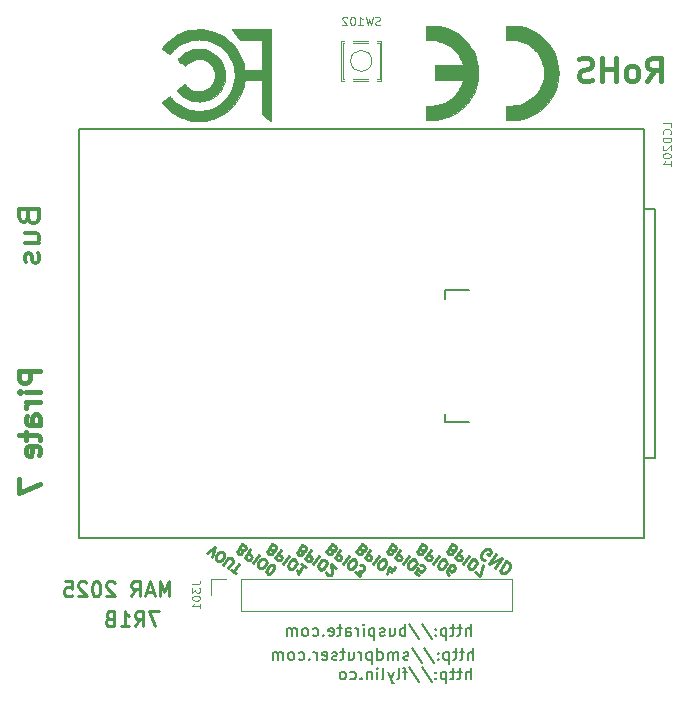
<source format=gbo>
G04 #@! TF.GenerationSoftware,KiCad,Pcbnew,8.0.7*
G04 #@! TF.CreationDate,2025-03-27T17:00:34+01:00*
G04 #@! TF.ProjectId,7-REV1B,372d5245-5631-4422-9e6b-696361645f70,rev?*
G04 #@! TF.SameCoordinates,Original*
G04 #@! TF.FileFunction,Legend,Bot*
G04 #@! TF.FilePolarity,Positive*
%FSLAX46Y46*%
G04 Gerber Fmt 4.6, Leading zero omitted, Abs format (unit mm)*
G04 Created by KiCad (PCBNEW 8.0.7) date 2025-03-27 17:00:34*
%MOMM*%
%LPD*%
G01*
G04 APERTURE LIST*
%ADD10C,0.212500*%
%ADD11C,0.250000*%
%ADD12C,0.400000*%
%ADD13C,0.375000*%
%ADD14C,0.150000*%
%ADD15C,0.120000*%
%ADD16C,0.085000*%
%ADD17C,0.010000*%
%ADD18C,0.203200*%
%ADD19C,3.200000*%
%ADD20R,1.700000X1.700000*%
%ADD21O,1.700000X1.700000*%
%ADD22C,0.700000*%
%ADD23O,1.050000X2.100000*%
%ADD24C,0.600000*%
%ADD25R,0.700000X1.250000*%
%ADD26R,2.550000X0.600000*%
G04 APERTURE END LIST*
D10*
X137603364Y-108439089D02*
X137726048Y-108475582D01*
X137726048Y-108475582D02*
X137782421Y-108465642D01*
X137782421Y-108465642D02*
X137862009Y-108422546D01*
X137862009Y-108422546D02*
X137931658Y-108323077D01*
X137931658Y-108323077D02*
X137944934Y-108233549D01*
X137944934Y-108233549D02*
X137934994Y-108177176D01*
X137934994Y-108177176D02*
X137891898Y-108097588D01*
X137891898Y-108097588D02*
X137626649Y-107911858D01*
X137626649Y-107911858D02*
X137139109Y-108608138D01*
X137139109Y-108608138D02*
X137371202Y-108770651D01*
X137371202Y-108770651D02*
X137460730Y-108783927D01*
X137460730Y-108783927D02*
X137517103Y-108773987D01*
X137517103Y-108773987D02*
X137596691Y-108730891D01*
X137596691Y-108730891D02*
X137643124Y-108664579D01*
X137643124Y-108664579D02*
X137656400Y-108575050D01*
X137656400Y-108575050D02*
X137646460Y-108518678D01*
X137646460Y-108518678D02*
X137603364Y-108439089D01*
X137603364Y-108439089D02*
X137371271Y-108276576D01*
X138322928Y-108399398D02*
X137835388Y-109095678D01*
X137835388Y-109095678D02*
X138100637Y-109281407D01*
X138100637Y-109281407D02*
X138190166Y-109294683D01*
X138190166Y-109294683D02*
X138246538Y-109284743D01*
X138246538Y-109284743D02*
X138326127Y-109241647D01*
X138326127Y-109241647D02*
X138395775Y-109142179D01*
X138395775Y-109142179D02*
X138409051Y-109052650D01*
X138409051Y-109052650D02*
X138399112Y-108996278D01*
X138399112Y-108996278D02*
X138356015Y-108916689D01*
X138356015Y-108916689D02*
X138090766Y-108730960D01*
X139019207Y-108886938D02*
X138531667Y-109583217D01*
X138995854Y-109908244D02*
X139128478Y-110001109D01*
X139128478Y-110001109D02*
X139218007Y-110014385D01*
X139218007Y-110014385D02*
X139330751Y-109994505D01*
X139330751Y-109994505D02*
X139456772Y-109885097D01*
X139456772Y-109885097D02*
X139619286Y-109653004D01*
X139619286Y-109653004D02*
X139678994Y-109497163D01*
X139678994Y-109497163D02*
X139659114Y-109384418D01*
X139659114Y-109384418D02*
X139616018Y-109304830D01*
X139616018Y-109304830D02*
X139483394Y-109211965D01*
X139483394Y-109211965D02*
X139393865Y-109198689D01*
X139393865Y-109198689D02*
X139281120Y-109218569D01*
X139281120Y-109218569D02*
X139155099Y-109327977D01*
X139155099Y-109327977D02*
X138992586Y-109560070D01*
X138992586Y-109560070D02*
X138932878Y-109715911D01*
X138932878Y-109715911D02*
X138952757Y-109828656D01*
X138952757Y-109828656D02*
X138995854Y-109908244D01*
X139526352Y-110279703D02*
X139990538Y-110604730D01*
X139990538Y-110604730D02*
X140179673Y-109699505D01*
X127413364Y-108439089D02*
X127536048Y-108475582D01*
X127536048Y-108475582D02*
X127592421Y-108465642D01*
X127592421Y-108465642D02*
X127672009Y-108422546D01*
X127672009Y-108422546D02*
X127741658Y-108323077D01*
X127741658Y-108323077D02*
X127754934Y-108233549D01*
X127754934Y-108233549D02*
X127744994Y-108177176D01*
X127744994Y-108177176D02*
X127701898Y-108097588D01*
X127701898Y-108097588D02*
X127436649Y-107911858D01*
X127436649Y-107911858D02*
X126949109Y-108608138D01*
X126949109Y-108608138D02*
X127181202Y-108770651D01*
X127181202Y-108770651D02*
X127270730Y-108783927D01*
X127270730Y-108783927D02*
X127327103Y-108773987D01*
X127327103Y-108773987D02*
X127406691Y-108730891D01*
X127406691Y-108730891D02*
X127453124Y-108664579D01*
X127453124Y-108664579D02*
X127466400Y-108575050D01*
X127466400Y-108575050D02*
X127456460Y-108518678D01*
X127456460Y-108518678D02*
X127413364Y-108439089D01*
X127413364Y-108439089D02*
X127181271Y-108276576D01*
X128132928Y-108399398D02*
X127645388Y-109095678D01*
X127645388Y-109095678D02*
X127910637Y-109281407D01*
X127910637Y-109281407D02*
X128000166Y-109294683D01*
X128000166Y-109294683D02*
X128056538Y-109284743D01*
X128056538Y-109284743D02*
X128136127Y-109241647D01*
X128136127Y-109241647D02*
X128205775Y-109142179D01*
X128205775Y-109142179D02*
X128219051Y-109052650D01*
X128219051Y-109052650D02*
X128209112Y-108996278D01*
X128209112Y-108996278D02*
X128166015Y-108916689D01*
X128166015Y-108916689D02*
X127900766Y-108730960D01*
X128829207Y-108886938D02*
X128341667Y-109583217D01*
X128805854Y-109908244D02*
X128938478Y-110001109D01*
X128938478Y-110001109D02*
X129028007Y-110014385D01*
X129028007Y-110014385D02*
X129140751Y-109994505D01*
X129140751Y-109994505D02*
X129266772Y-109885097D01*
X129266772Y-109885097D02*
X129429286Y-109653004D01*
X129429286Y-109653004D02*
X129488994Y-109497163D01*
X129488994Y-109497163D02*
X129469114Y-109384418D01*
X129469114Y-109384418D02*
X129426018Y-109304830D01*
X129426018Y-109304830D02*
X129293394Y-109211965D01*
X129293394Y-109211965D02*
X129203865Y-109198689D01*
X129203865Y-109198689D02*
X129091120Y-109218569D01*
X129091120Y-109218569D02*
X128965099Y-109327977D01*
X128965099Y-109327977D02*
X128802586Y-109560070D01*
X128802586Y-109560070D02*
X128742878Y-109715911D01*
X128742878Y-109715911D02*
X128762757Y-109828656D01*
X128762757Y-109828656D02*
X128805854Y-109908244D01*
X129336352Y-110279703D02*
X129767382Y-110581514D01*
X129767382Y-110581514D02*
X129721018Y-110153751D01*
X129721018Y-110153751D02*
X129820487Y-110223400D01*
X129820487Y-110223400D02*
X129910015Y-110236676D01*
X129910015Y-110236676D02*
X129966388Y-110226736D01*
X129966388Y-110226736D02*
X130045976Y-110183640D01*
X130045976Y-110183640D02*
X130162057Y-110017859D01*
X130162057Y-110017859D02*
X130175333Y-109928330D01*
X130175333Y-109928330D02*
X130165393Y-109871958D01*
X130165393Y-109871958D02*
X130122297Y-109792370D01*
X130122297Y-109792370D02*
X129923360Y-109653072D01*
X129923360Y-109653072D02*
X129833832Y-109639796D01*
X129833832Y-109639796D02*
X129777459Y-109649736D01*
X116804890Y-108674219D02*
X117524523Y-108140453D01*
X117524523Y-108140453D02*
X117269076Y-108999245D01*
X117633794Y-109254623D02*
X117766418Y-109347488D01*
X117766418Y-109347488D02*
X117855947Y-109360764D01*
X117855947Y-109360764D02*
X117968691Y-109340884D01*
X117968691Y-109340884D02*
X118094712Y-109231476D01*
X118094712Y-109231476D02*
X118257226Y-108999383D01*
X118257226Y-108999383D02*
X118316934Y-108843542D01*
X118316934Y-108843542D02*
X118297054Y-108730797D01*
X118297054Y-108730797D02*
X118253958Y-108651209D01*
X118253958Y-108651209D02*
X118121333Y-108558344D01*
X118121333Y-108558344D02*
X118031805Y-108545068D01*
X118031805Y-108545068D02*
X117919060Y-108564948D01*
X117919060Y-108564948D02*
X117793039Y-108674356D01*
X117793039Y-108674356D02*
X117630526Y-108906449D01*
X117630526Y-108906449D02*
X117570817Y-109062290D01*
X117570817Y-109062290D02*
X117590697Y-109175035D01*
X117590697Y-109175035D02*
X117633794Y-109254623D01*
X118230604Y-109672515D02*
X118625279Y-109108860D01*
X118625279Y-109108860D02*
X118704868Y-109065764D01*
X118704868Y-109065764D02*
X118761240Y-109055824D01*
X118761240Y-109055824D02*
X118850769Y-109069100D01*
X118850769Y-109069100D02*
X118983393Y-109161965D01*
X118983393Y-109161965D02*
X119026489Y-109241553D01*
X119026489Y-109241553D02*
X119036429Y-109297926D01*
X119036429Y-109297926D02*
X119023153Y-109387454D01*
X119023153Y-109387454D02*
X118628478Y-109951109D01*
X118860571Y-110113622D02*
X119258445Y-110392216D01*
X119547048Y-109556640D02*
X119059508Y-110252919D01*
X124903364Y-108489089D02*
X125026048Y-108525582D01*
X125026048Y-108525582D02*
X125082421Y-108515642D01*
X125082421Y-108515642D02*
X125162009Y-108472546D01*
X125162009Y-108472546D02*
X125231658Y-108373077D01*
X125231658Y-108373077D02*
X125244934Y-108283549D01*
X125244934Y-108283549D02*
X125234994Y-108227176D01*
X125234994Y-108227176D02*
X125191898Y-108147588D01*
X125191898Y-108147588D02*
X124926649Y-107961858D01*
X124926649Y-107961858D02*
X124439109Y-108658138D01*
X124439109Y-108658138D02*
X124671202Y-108820651D01*
X124671202Y-108820651D02*
X124760730Y-108833927D01*
X124760730Y-108833927D02*
X124817103Y-108823987D01*
X124817103Y-108823987D02*
X124896691Y-108780891D01*
X124896691Y-108780891D02*
X124943124Y-108714579D01*
X124943124Y-108714579D02*
X124956400Y-108625050D01*
X124956400Y-108625050D02*
X124946460Y-108568678D01*
X124946460Y-108568678D02*
X124903364Y-108489089D01*
X124903364Y-108489089D02*
X124671271Y-108326576D01*
X125622928Y-108449398D02*
X125135388Y-109145678D01*
X125135388Y-109145678D02*
X125400637Y-109331407D01*
X125400637Y-109331407D02*
X125490166Y-109344683D01*
X125490166Y-109344683D02*
X125546538Y-109334743D01*
X125546538Y-109334743D02*
X125626127Y-109291647D01*
X125626127Y-109291647D02*
X125695775Y-109192179D01*
X125695775Y-109192179D02*
X125709051Y-109102650D01*
X125709051Y-109102650D02*
X125699112Y-109046278D01*
X125699112Y-109046278D02*
X125656015Y-108966689D01*
X125656015Y-108966689D02*
X125390766Y-108780960D01*
X126319207Y-108936938D02*
X125831667Y-109633217D01*
X126295854Y-109958244D02*
X126428478Y-110051109D01*
X126428478Y-110051109D02*
X126518007Y-110064385D01*
X126518007Y-110064385D02*
X126630751Y-110044505D01*
X126630751Y-110044505D02*
X126756772Y-109935097D01*
X126756772Y-109935097D02*
X126919286Y-109703004D01*
X126919286Y-109703004D02*
X126978994Y-109547163D01*
X126978994Y-109547163D02*
X126959114Y-109434418D01*
X126959114Y-109434418D02*
X126916018Y-109354830D01*
X126916018Y-109354830D02*
X126783394Y-109261965D01*
X126783394Y-109261965D02*
X126693865Y-109248689D01*
X126693865Y-109248689D02*
X126581120Y-109268569D01*
X126581120Y-109268569D02*
X126455099Y-109377977D01*
X126455099Y-109377977D02*
X126292586Y-109610070D01*
X126292586Y-109610070D02*
X126232878Y-109765911D01*
X126232878Y-109765911D02*
X126252757Y-109878656D01*
X126252757Y-109878656D02*
X126295854Y-109958244D01*
X126905940Y-110286607D02*
X126915880Y-110342979D01*
X126915880Y-110342979D02*
X126958976Y-110422568D01*
X126958976Y-110422568D02*
X127124757Y-110538649D01*
X127124757Y-110538649D02*
X127214286Y-110551925D01*
X127214286Y-110551925D02*
X127270658Y-110541985D01*
X127270658Y-110541985D02*
X127350247Y-110498889D01*
X127350247Y-110498889D02*
X127396679Y-110432577D01*
X127396679Y-110432577D02*
X127433171Y-110309892D01*
X127433171Y-110309892D02*
X127313892Y-109633424D01*
X127313892Y-109633424D02*
X127744922Y-109935234D01*
X135053364Y-108439089D02*
X135176048Y-108475582D01*
X135176048Y-108475582D02*
X135232421Y-108465642D01*
X135232421Y-108465642D02*
X135312009Y-108422546D01*
X135312009Y-108422546D02*
X135381658Y-108323077D01*
X135381658Y-108323077D02*
X135394934Y-108233549D01*
X135394934Y-108233549D02*
X135384994Y-108177176D01*
X135384994Y-108177176D02*
X135341898Y-108097588D01*
X135341898Y-108097588D02*
X135076649Y-107911858D01*
X135076649Y-107911858D02*
X134589109Y-108608138D01*
X134589109Y-108608138D02*
X134821202Y-108770651D01*
X134821202Y-108770651D02*
X134910730Y-108783927D01*
X134910730Y-108783927D02*
X134967103Y-108773987D01*
X134967103Y-108773987D02*
X135046691Y-108730891D01*
X135046691Y-108730891D02*
X135093124Y-108664579D01*
X135093124Y-108664579D02*
X135106400Y-108575050D01*
X135106400Y-108575050D02*
X135096460Y-108518678D01*
X135096460Y-108518678D02*
X135053364Y-108439089D01*
X135053364Y-108439089D02*
X134821271Y-108276576D01*
X135772928Y-108399398D02*
X135285388Y-109095678D01*
X135285388Y-109095678D02*
X135550637Y-109281407D01*
X135550637Y-109281407D02*
X135640166Y-109294683D01*
X135640166Y-109294683D02*
X135696538Y-109284743D01*
X135696538Y-109284743D02*
X135776127Y-109241647D01*
X135776127Y-109241647D02*
X135845775Y-109142179D01*
X135845775Y-109142179D02*
X135859051Y-109052650D01*
X135859051Y-109052650D02*
X135849112Y-108996278D01*
X135849112Y-108996278D02*
X135806015Y-108916689D01*
X135806015Y-108916689D02*
X135540766Y-108730960D01*
X136469207Y-108886938D02*
X135981667Y-109583217D01*
X136445854Y-109908244D02*
X136578478Y-110001109D01*
X136578478Y-110001109D02*
X136668007Y-110014385D01*
X136668007Y-110014385D02*
X136780751Y-109994505D01*
X136780751Y-109994505D02*
X136906772Y-109885097D01*
X136906772Y-109885097D02*
X137069286Y-109653004D01*
X137069286Y-109653004D02*
X137128994Y-109497163D01*
X137128994Y-109497163D02*
X137109114Y-109384418D01*
X137109114Y-109384418D02*
X137066018Y-109304830D01*
X137066018Y-109304830D02*
X136933394Y-109211965D01*
X136933394Y-109211965D02*
X136843865Y-109198689D01*
X136843865Y-109198689D02*
X136731120Y-109218569D01*
X136731120Y-109218569D02*
X136605099Y-109327977D01*
X136605099Y-109327977D02*
X136442586Y-109560070D01*
X136442586Y-109560070D02*
X136382878Y-109715911D01*
X136382878Y-109715911D02*
X136402757Y-109828656D01*
X136402757Y-109828656D02*
X136445854Y-109908244D01*
X137341070Y-110535081D02*
X137208445Y-110442216D01*
X137208445Y-110442216D02*
X137165349Y-110362628D01*
X137165349Y-110362628D02*
X137155409Y-110306256D01*
X137155409Y-110306256D02*
X137158745Y-110160355D01*
X137158745Y-110160355D02*
X137218454Y-110004514D01*
X137218454Y-110004514D02*
X137404183Y-109739265D01*
X137404183Y-109739265D02*
X137483772Y-109696169D01*
X137483772Y-109696169D02*
X137540144Y-109686229D01*
X137540144Y-109686229D02*
X137629673Y-109699505D01*
X137629673Y-109699505D02*
X137762297Y-109792370D01*
X137762297Y-109792370D02*
X137805393Y-109871958D01*
X137805393Y-109871958D02*
X137815333Y-109928330D01*
X137815333Y-109928330D02*
X137802057Y-110017859D01*
X137802057Y-110017859D02*
X137685976Y-110183640D01*
X137685976Y-110183640D02*
X137606388Y-110226736D01*
X137606388Y-110226736D02*
X137550015Y-110236676D01*
X137550015Y-110236676D02*
X137460487Y-110223400D01*
X137460487Y-110223400D02*
X137327862Y-110130535D01*
X137327862Y-110130535D02*
X137284766Y-110050946D01*
X137284766Y-110050946D02*
X137274826Y-109994574D01*
X137274826Y-109994574D02*
X137288102Y-109905045D01*
X122353364Y-108439089D02*
X122476048Y-108475582D01*
X122476048Y-108475582D02*
X122532421Y-108465642D01*
X122532421Y-108465642D02*
X122612009Y-108422546D01*
X122612009Y-108422546D02*
X122681658Y-108323077D01*
X122681658Y-108323077D02*
X122694934Y-108233549D01*
X122694934Y-108233549D02*
X122684994Y-108177176D01*
X122684994Y-108177176D02*
X122641898Y-108097588D01*
X122641898Y-108097588D02*
X122376649Y-107911858D01*
X122376649Y-107911858D02*
X121889109Y-108608138D01*
X121889109Y-108608138D02*
X122121202Y-108770651D01*
X122121202Y-108770651D02*
X122210730Y-108783927D01*
X122210730Y-108783927D02*
X122267103Y-108773987D01*
X122267103Y-108773987D02*
X122346691Y-108730891D01*
X122346691Y-108730891D02*
X122393124Y-108664579D01*
X122393124Y-108664579D02*
X122406400Y-108575050D01*
X122406400Y-108575050D02*
X122396460Y-108518678D01*
X122396460Y-108518678D02*
X122353364Y-108439089D01*
X122353364Y-108439089D02*
X122121271Y-108276576D01*
X123072928Y-108399398D02*
X122585388Y-109095678D01*
X122585388Y-109095678D02*
X122850637Y-109281407D01*
X122850637Y-109281407D02*
X122940166Y-109294683D01*
X122940166Y-109294683D02*
X122996538Y-109284743D01*
X122996538Y-109284743D02*
X123076127Y-109241647D01*
X123076127Y-109241647D02*
X123145775Y-109142179D01*
X123145775Y-109142179D02*
X123159051Y-109052650D01*
X123159051Y-109052650D02*
X123149112Y-108996278D01*
X123149112Y-108996278D02*
X123106015Y-108916689D01*
X123106015Y-108916689D02*
X122840766Y-108730960D01*
X123769207Y-108886938D02*
X123281667Y-109583217D01*
X123745854Y-109908244D02*
X123878478Y-110001109D01*
X123878478Y-110001109D02*
X123968007Y-110014385D01*
X123968007Y-110014385D02*
X124080751Y-109994505D01*
X124080751Y-109994505D02*
X124206772Y-109885097D01*
X124206772Y-109885097D02*
X124369286Y-109653004D01*
X124369286Y-109653004D02*
X124428994Y-109497163D01*
X124428994Y-109497163D02*
X124409114Y-109384418D01*
X124409114Y-109384418D02*
X124366018Y-109304830D01*
X124366018Y-109304830D02*
X124233394Y-109211965D01*
X124233394Y-109211965D02*
X124143865Y-109198689D01*
X124143865Y-109198689D02*
X124031120Y-109218569D01*
X124031120Y-109218569D02*
X123905099Y-109327977D01*
X123905099Y-109327977D02*
X123742586Y-109560070D01*
X123742586Y-109560070D02*
X123682878Y-109715911D01*
X123682878Y-109715911D02*
X123702757Y-109828656D01*
X123702757Y-109828656D02*
X123745854Y-109908244D01*
X125194922Y-109885234D02*
X124797048Y-109606640D01*
X124995985Y-109745937D02*
X124508445Y-110442216D01*
X124508445Y-110442216D02*
X124511781Y-110296316D01*
X124511781Y-110296316D02*
X124491901Y-110183571D01*
X124491901Y-110183571D02*
X124448805Y-110103982D01*
X119803364Y-108389089D02*
X119926048Y-108425582D01*
X119926048Y-108425582D02*
X119982421Y-108415642D01*
X119982421Y-108415642D02*
X120062009Y-108372546D01*
X120062009Y-108372546D02*
X120131658Y-108273077D01*
X120131658Y-108273077D02*
X120144934Y-108183549D01*
X120144934Y-108183549D02*
X120134994Y-108127176D01*
X120134994Y-108127176D02*
X120091898Y-108047588D01*
X120091898Y-108047588D02*
X119826649Y-107861858D01*
X119826649Y-107861858D02*
X119339109Y-108558138D01*
X119339109Y-108558138D02*
X119571202Y-108720651D01*
X119571202Y-108720651D02*
X119660730Y-108733927D01*
X119660730Y-108733927D02*
X119717103Y-108723987D01*
X119717103Y-108723987D02*
X119796691Y-108680891D01*
X119796691Y-108680891D02*
X119843124Y-108614579D01*
X119843124Y-108614579D02*
X119856400Y-108525050D01*
X119856400Y-108525050D02*
X119846460Y-108468678D01*
X119846460Y-108468678D02*
X119803364Y-108389089D01*
X119803364Y-108389089D02*
X119571271Y-108226576D01*
X120522928Y-108349398D02*
X120035388Y-109045678D01*
X120035388Y-109045678D02*
X120300637Y-109231407D01*
X120300637Y-109231407D02*
X120390166Y-109244683D01*
X120390166Y-109244683D02*
X120446538Y-109234743D01*
X120446538Y-109234743D02*
X120526127Y-109191647D01*
X120526127Y-109191647D02*
X120595775Y-109092179D01*
X120595775Y-109092179D02*
X120609051Y-109002650D01*
X120609051Y-109002650D02*
X120599112Y-108946278D01*
X120599112Y-108946278D02*
X120556015Y-108866689D01*
X120556015Y-108866689D02*
X120290766Y-108680960D01*
X121219207Y-108836938D02*
X120731667Y-109533217D01*
X121195854Y-109858244D02*
X121328478Y-109951109D01*
X121328478Y-109951109D02*
X121418007Y-109964385D01*
X121418007Y-109964385D02*
X121530751Y-109944505D01*
X121530751Y-109944505D02*
X121656772Y-109835097D01*
X121656772Y-109835097D02*
X121819286Y-109603004D01*
X121819286Y-109603004D02*
X121878994Y-109447163D01*
X121878994Y-109447163D02*
X121859114Y-109334418D01*
X121859114Y-109334418D02*
X121816018Y-109254830D01*
X121816018Y-109254830D02*
X121683394Y-109161965D01*
X121683394Y-109161965D02*
X121593865Y-109148689D01*
X121593865Y-109148689D02*
X121481120Y-109168569D01*
X121481120Y-109168569D02*
X121355099Y-109277977D01*
X121355099Y-109277977D02*
X121192586Y-109510070D01*
X121192586Y-109510070D02*
X121132878Y-109665911D01*
X121132878Y-109665911D02*
X121152757Y-109778656D01*
X121152757Y-109778656D02*
X121195854Y-109858244D01*
X121925289Y-110369000D02*
X121991601Y-110415433D01*
X121991601Y-110415433D02*
X122081130Y-110428709D01*
X122081130Y-110428709D02*
X122137502Y-110418769D01*
X122137502Y-110418769D02*
X122217090Y-110375673D01*
X122217090Y-110375673D02*
X122343111Y-110266264D01*
X122343111Y-110266264D02*
X122459192Y-110100484D01*
X122459192Y-110100484D02*
X122518901Y-109944643D01*
X122518901Y-109944643D02*
X122532177Y-109855114D01*
X122532177Y-109855114D02*
X122522237Y-109798742D01*
X122522237Y-109798742D02*
X122479141Y-109719153D01*
X122479141Y-109719153D02*
X122412829Y-109672721D01*
X122412829Y-109672721D02*
X122323300Y-109659445D01*
X122323300Y-109659445D02*
X122266928Y-109669385D01*
X122266928Y-109669385D02*
X122187339Y-109712481D01*
X122187339Y-109712481D02*
X122061318Y-109821889D01*
X122061318Y-109821889D02*
X121945238Y-109987670D01*
X121945238Y-109987670D02*
X121885529Y-110143511D01*
X121885529Y-110143511D02*
X121872253Y-110233039D01*
X121872253Y-110233039D02*
X121882193Y-110289412D01*
X121882193Y-110289412D02*
X121925289Y-110369000D01*
X132503364Y-108439089D02*
X132626048Y-108475582D01*
X132626048Y-108475582D02*
X132682421Y-108465642D01*
X132682421Y-108465642D02*
X132762009Y-108422546D01*
X132762009Y-108422546D02*
X132831658Y-108323077D01*
X132831658Y-108323077D02*
X132844934Y-108233549D01*
X132844934Y-108233549D02*
X132834994Y-108177176D01*
X132834994Y-108177176D02*
X132791898Y-108097588D01*
X132791898Y-108097588D02*
X132526649Y-107911858D01*
X132526649Y-107911858D02*
X132039109Y-108608138D01*
X132039109Y-108608138D02*
X132271202Y-108770651D01*
X132271202Y-108770651D02*
X132360730Y-108783927D01*
X132360730Y-108783927D02*
X132417103Y-108773987D01*
X132417103Y-108773987D02*
X132496691Y-108730891D01*
X132496691Y-108730891D02*
X132543124Y-108664579D01*
X132543124Y-108664579D02*
X132556400Y-108575050D01*
X132556400Y-108575050D02*
X132546460Y-108518678D01*
X132546460Y-108518678D02*
X132503364Y-108439089D01*
X132503364Y-108439089D02*
X132271271Y-108276576D01*
X133222928Y-108399398D02*
X132735388Y-109095678D01*
X132735388Y-109095678D02*
X133000637Y-109281407D01*
X133000637Y-109281407D02*
X133090166Y-109294683D01*
X133090166Y-109294683D02*
X133146538Y-109284743D01*
X133146538Y-109284743D02*
X133226127Y-109241647D01*
X133226127Y-109241647D02*
X133295775Y-109142179D01*
X133295775Y-109142179D02*
X133309051Y-109052650D01*
X133309051Y-109052650D02*
X133299112Y-108996278D01*
X133299112Y-108996278D02*
X133256015Y-108916689D01*
X133256015Y-108916689D02*
X132990766Y-108730960D01*
X133919207Y-108886938D02*
X133431667Y-109583217D01*
X133895854Y-109908244D02*
X134028478Y-110001109D01*
X134028478Y-110001109D02*
X134118007Y-110014385D01*
X134118007Y-110014385D02*
X134230751Y-109994505D01*
X134230751Y-109994505D02*
X134356772Y-109885097D01*
X134356772Y-109885097D02*
X134519286Y-109653004D01*
X134519286Y-109653004D02*
X134578994Y-109497163D01*
X134578994Y-109497163D02*
X134559114Y-109384418D01*
X134559114Y-109384418D02*
X134516018Y-109304830D01*
X134516018Y-109304830D02*
X134383394Y-109211965D01*
X134383394Y-109211965D02*
X134293865Y-109198689D01*
X134293865Y-109198689D02*
X134181120Y-109218569D01*
X134181120Y-109218569D02*
X134055099Y-109327977D01*
X134055099Y-109327977D02*
X133892586Y-109560070D01*
X133892586Y-109560070D02*
X133832878Y-109715911D01*
X133832878Y-109715911D02*
X133852757Y-109828656D01*
X133852757Y-109828656D02*
X133895854Y-109908244D01*
X134824226Y-110558297D02*
X134492664Y-110326135D01*
X134492664Y-110326135D02*
X134691670Y-109971358D01*
X134691670Y-109971358D02*
X134701610Y-110027730D01*
X134701610Y-110027730D02*
X134744706Y-110107319D01*
X134744706Y-110107319D02*
X134910487Y-110223400D01*
X134910487Y-110223400D02*
X135000015Y-110236676D01*
X135000015Y-110236676D02*
X135056388Y-110226736D01*
X135056388Y-110226736D02*
X135135976Y-110183640D01*
X135135976Y-110183640D02*
X135252057Y-110017859D01*
X135252057Y-110017859D02*
X135265333Y-109928330D01*
X135265333Y-109928330D02*
X135255393Y-109871958D01*
X135255393Y-109871958D02*
X135212297Y-109792370D01*
X135212297Y-109792370D02*
X135046516Y-109676289D01*
X135046516Y-109676289D02*
X134956988Y-109663012D01*
X134956988Y-109663012D02*
X134900616Y-109672952D01*
D11*
X140387512Y-109274828D02*
X140282184Y-109259209D01*
X140282184Y-109259209D02*
X140165162Y-109177269D01*
X140165162Y-109177269D02*
X140075454Y-109056322D01*
X140075454Y-109056322D02*
X140052066Y-108923682D01*
X140052066Y-108923682D02*
X140067685Y-108818354D01*
X140067685Y-108818354D02*
X140137930Y-108635012D01*
X140137930Y-108635012D02*
X140219870Y-108517990D01*
X140219870Y-108517990D02*
X140368130Y-108389274D01*
X140368130Y-108389274D02*
X140461763Y-108338573D01*
X140461763Y-108338573D02*
X140594404Y-108315185D01*
X140594404Y-108315185D02*
X140738739Y-108358117D01*
X140738739Y-108358117D02*
X140816753Y-108412743D01*
X140816753Y-108412743D02*
X140906462Y-108533690D01*
X140906462Y-108533690D02*
X140918156Y-108600010D01*
X140918156Y-108600010D02*
X140726964Y-108873061D01*
X140726964Y-108873061D02*
X140570935Y-108763808D01*
X141323847Y-108767814D02*
X140750271Y-109586967D01*
X140750271Y-109586967D02*
X141791934Y-109095572D01*
X141791934Y-109095572D02*
X141218358Y-109914724D01*
X142182007Y-109368704D02*
X141608430Y-110187856D01*
X141608430Y-110187856D02*
X141803466Y-110324422D01*
X141803466Y-110324422D02*
X141947801Y-110367354D01*
X141947801Y-110367354D02*
X142080442Y-110343966D01*
X142080442Y-110343966D02*
X142174076Y-110293265D01*
X142174076Y-110293265D02*
X142322336Y-110164549D01*
X142322336Y-110164549D02*
X142404275Y-110047527D01*
X142404275Y-110047527D02*
X142474520Y-109864185D01*
X142474520Y-109864185D02*
X142490140Y-109758857D01*
X142490140Y-109758857D02*
X142466751Y-109626217D01*
X142466751Y-109626217D02*
X142377043Y-109505270D01*
X142377043Y-109505270D02*
X142182007Y-109368704D01*
X112751904Y-113615273D02*
X111918571Y-113615273D01*
X111918571Y-113615273D02*
X112454285Y-114865273D01*
X110728095Y-114865273D02*
X111144761Y-114270035D01*
X111442380Y-114865273D02*
X111442380Y-113615273D01*
X111442380Y-113615273D02*
X110966190Y-113615273D01*
X110966190Y-113615273D02*
X110847142Y-113674797D01*
X110847142Y-113674797D02*
X110787619Y-113734321D01*
X110787619Y-113734321D02*
X110728095Y-113853369D01*
X110728095Y-113853369D02*
X110728095Y-114031940D01*
X110728095Y-114031940D02*
X110787619Y-114150988D01*
X110787619Y-114150988D02*
X110847142Y-114210511D01*
X110847142Y-114210511D02*
X110966190Y-114270035D01*
X110966190Y-114270035D02*
X111442380Y-114270035D01*
X109537619Y-114865273D02*
X110251904Y-114865273D01*
X109894761Y-114865273D02*
X109894761Y-113615273D01*
X109894761Y-113615273D02*
X110013809Y-113793845D01*
X110013809Y-113793845D02*
X110132857Y-113912892D01*
X110132857Y-113912892D02*
X110251904Y-113972416D01*
X108585238Y-114210511D02*
X108406666Y-114270035D01*
X108406666Y-114270035D02*
X108347143Y-114329559D01*
X108347143Y-114329559D02*
X108287619Y-114448607D01*
X108287619Y-114448607D02*
X108287619Y-114627178D01*
X108287619Y-114627178D02*
X108347143Y-114746226D01*
X108347143Y-114746226D02*
X108406666Y-114805750D01*
X108406666Y-114805750D02*
X108525714Y-114865273D01*
X108525714Y-114865273D02*
X109001904Y-114865273D01*
X109001904Y-114865273D02*
X109001904Y-113615273D01*
X109001904Y-113615273D02*
X108585238Y-113615273D01*
X108585238Y-113615273D02*
X108466190Y-113674797D01*
X108466190Y-113674797D02*
X108406666Y-113734321D01*
X108406666Y-113734321D02*
X108347143Y-113853369D01*
X108347143Y-113853369D02*
X108347143Y-113972416D01*
X108347143Y-113972416D02*
X108406666Y-114091464D01*
X108406666Y-114091464D02*
X108466190Y-114150988D01*
X108466190Y-114150988D02*
X108585238Y-114210511D01*
X108585238Y-114210511D02*
X109001904Y-114210511D01*
D10*
X129953364Y-108439089D02*
X130076048Y-108475582D01*
X130076048Y-108475582D02*
X130132421Y-108465642D01*
X130132421Y-108465642D02*
X130212009Y-108422546D01*
X130212009Y-108422546D02*
X130281658Y-108323077D01*
X130281658Y-108323077D02*
X130294934Y-108233549D01*
X130294934Y-108233549D02*
X130284994Y-108177176D01*
X130284994Y-108177176D02*
X130241898Y-108097588D01*
X130241898Y-108097588D02*
X129976649Y-107911858D01*
X129976649Y-107911858D02*
X129489109Y-108608138D01*
X129489109Y-108608138D02*
X129721202Y-108770651D01*
X129721202Y-108770651D02*
X129810730Y-108783927D01*
X129810730Y-108783927D02*
X129867103Y-108773987D01*
X129867103Y-108773987D02*
X129946691Y-108730891D01*
X129946691Y-108730891D02*
X129993124Y-108664579D01*
X129993124Y-108664579D02*
X130006400Y-108575050D01*
X130006400Y-108575050D02*
X129996460Y-108518678D01*
X129996460Y-108518678D02*
X129953364Y-108439089D01*
X129953364Y-108439089D02*
X129721271Y-108276576D01*
X130672928Y-108399398D02*
X130185388Y-109095678D01*
X130185388Y-109095678D02*
X130450637Y-109281407D01*
X130450637Y-109281407D02*
X130540166Y-109294683D01*
X130540166Y-109294683D02*
X130596538Y-109284743D01*
X130596538Y-109284743D02*
X130676127Y-109241647D01*
X130676127Y-109241647D02*
X130745775Y-109142179D01*
X130745775Y-109142179D02*
X130759051Y-109052650D01*
X130759051Y-109052650D02*
X130749112Y-108996278D01*
X130749112Y-108996278D02*
X130706015Y-108916689D01*
X130706015Y-108916689D02*
X130440766Y-108730960D01*
X131369207Y-108886938D02*
X130881667Y-109583217D01*
X131345854Y-109908244D02*
X131478478Y-110001109D01*
X131478478Y-110001109D02*
X131568007Y-110014385D01*
X131568007Y-110014385D02*
X131680751Y-109994505D01*
X131680751Y-109994505D02*
X131806772Y-109885097D01*
X131806772Y-109885097D02*
X131969286Y-109653004D01*
X131969286Y-109653004D02*
X132028994Y-109497163D01*
X132028994Y-109497163D02*
X132009114Y-109384418D01*
X132009114Y-109384418D02*
X131966018Y-109304830D01*
X131966018Y-109304830D02*
X131833394Y-109211965D01*
X131833394Y-109211965D02*
X131743865Y-109198689D01*
X131743865Y-109198689D02*
X131631120Y-109218569D01*
X131631120Y-109218569D02*
X131505099Y-109327977D01*
X131505099Y-109327977D02*
X131342586Y-109560070D01*
X131342586Y-109560070D02*
X131282878Y-109715911D01*
X131282878Y-109715911D02*
X131302757Y-109828656D01*
X131302757Y-109828656D02*
X131345854Y-109908244D01*
X132403583Y-110302988D02*
X132728610Y-109838802D01*
X132052073Y-110452156D02*
X132234535Y-109838733D01*
X132234535Y-109838733D02*
X132665565Y-110140544D01*
D11*
X113654522Y-112325273D02*
X113654522Y-111075273D01*
X113654522Y-111075273D02*
X113237856Y-111968130D01*
X113237856Y-111968130D02*
X112821189Y-111075273D01*
X112821189Y-111075273D02*
X112821189Y-112325273D01*
X112285475Y-111968130D02*
X111690237Y-111968130D01*
X112404523Y-112325273D02*
X111987856Y-111075273D01*
X111987856Y-111075273D02*
X111571190Y-112325273D01*
X110440237Y-112325273D02*
X110856903Y-111730035D01*
X111154522Y-112325273D02*
X111154522Y-111075273D01*
X111154522Y-111075273D02*
X110678332Y-111075273D01*
X110678332Y-111075273D02*
X110559284Y-111134797D01*
X110559284Y-111134797D02*
X110499761Y-111194321D01*
X110499761Y-111194321D02*
X110440237Y-111313369D01*
X110440237Y-111313369D02*
X110440237Y-111491940D01*
X110440237Y-111491940D02*
X110499761Y-111610988D01*
X110499761Y-111610988D02*
X110559284Y-111670511D01*
X110559284Y-111670511D02*
X110678332Y-111730035D01*
X110678332Y-111730035D02*
X111154522Y-111730035D01*
X109011665Y-111194321D02*
X108952141Y-111134797D01*
X108952141Y-111134797D02*
X108833094Y-111075273D01*
X108833094Y-111075273D02*
X108535475Y-111075273D01*
X108535475Y-111075273D02*
X108416427Y-111134797D01*
X108416427Y-111134797D02*
X108356903Y-111194321D01*
X108356903Y-111194321D02*
X108297380Y-111313369D01*
X108297380Y-111313369D02*
X108297380Y-111432416D01*
X108297380Y-111432416D02*
X108356903Y-111610988D01*
X108356903Y-111610988D02*
X109071189Y-112325273D01*
X109071189Y-112325273D02*
X108297380Y-112325273D01*
X107523570Y-111075273D02*
X107404523Y-111075273D01*
X107404523Y-111075273D02*
X107285475Y-111134797D01*
X107285475Y-111134797D02*
X107225951Y-111194321D01*
X107225951Y-111194321D02*
X107166427Y-111313369D01*
X107166427Y-111313369D02*
X107106904Y-111551464D01*
X107106904Y-111551464D02*
X107106904Y-111849083D01*
X107106904Y-111849083D02*
X107166427Y-112087178D01*
X107166427Y-112087178D02*
X107225951Y-112206226D01*
X107225951Y-112206226D02*
X107285475Y-112265750D01*
X107285475Y-112265750D02*
X107404523Y-112325273D01*
X107404523Y-112325273D02*
X107523570Y-112325273D01*
X107523570Y-112325273D02*
X107642618Y-112265750D01*
X107642618Y-112265750D02*
X107702142Y-112206226D01*
X107702142Y-112206226D02*
X107761665Y-112087178D01*
X107761665Y-112087178D02*
X107821189Y-111849083D01*
X107821189Y-111849083D02*
X107821189Y-111551464D01*
X107821189Y-111551464D02*
X107761665Y-111313369D01*
X107761665Y-111313369D02*
X107702142Y-111194321D01*
X107702142Y-111194321D02*
X107642618Y-111134797D01*
X107642618Y-111134797D02*
X107523570Y-111075273D01*
X106630713Y-111194321D02*
X106571189Y-111134797D01*
X106571189Y-111134797D02*
X106452142Y-111075273D01*
X106452142Y-111075273D02*
X106154523Y-111075273D01*
X106154523Y-111075273D02*
X106035475Y-111134797D01*
X106035475Y-111134797D02*
X105975951Y-111194321D01*
X105975951Y-111194321D02*
X105916428Y-111313369D01*
X105916428Y-111313369D02*
X105916428Y-111432416D01*
X105916428Y-111432416D02*
X105975951Y-111610988D01*
X105975951Y-111610988D02*
X106690237Y-112325273D01*
X106690237Y-112325273D02*
X105916428Y-112325273D01*
X104785475Y-111075273D02*
X105380713Y-111075273D01*
X105380713Y-111075273D02*
X105440237Y-111670511D01*
X105440237Y-111670511D02*
X105380713Y-111610988D01*
X105380713Y-111610988D02*
X105261666Y-111551464D01*
X105261666Y-111551464D02*
X104964047Y-111551464D01*
X104964047Y-111551464D02*
X104844999Y-111610988D01*
X104844999Y-111610988D02*
X104785475Y-111670511D01*
X104785475Y-111670511D02*
X104725952Y-111789559D01*
X104725952Y-111789559D02*
X104725952Y-112087178D01*
X104725952Y-112087178D02*
X104785475Y-112206226D01*
X104785475Y-112206226D02*
X104844999Y-112265750D01*
X104844999Y-112265750D02*
X104964047Y-112325273D01*
X104964047Y-112325273D02*
X105261666Y-112325273D01*
X105261666Y-112325273D02*
X105380713Y-112265750D01*
X105380713Y-112265750D02*
X105440237Y-112206226D01*
D12*
X102688784Y-93250000D02*
X100938784Y-93250000D01*
X100938784Y-93250000D02*
X100938784Y-93935714D01*
X100938784Y-93935714D02*
X101022117Y-94107143D01*
X101022117Y-94107143D02*
X101105451Y-94192857D01*
X101105451Y-94192857D02*
X101272117Y-94278571D01*
X101272117Y-94278571D02*
X101522117Y-94278571D01*
X101522117Y-94278571D02*
X101688784Y-94192857D01*
X101688784Y-94192857D02*
X101772117Y-94107143D01*
X101772117Y-94107143D02*
X101855451Y-93935714D01*
X101855451Y-93935714D02*
X101855451Y-93250000D01*
X102688784Y-95050000D02*
X101522117Y-95050000D01*
X100938784Y-95050000D02*
X101022117Y-94964286D01*
X101022117Y-94964286D02*
X101105451Y-95050000D01*
X101105451Y-95050000D02*
X101022117Y-95135714D01*
X101022117Y-95135714D02*
X100938784Y-95050000D01*
X100938784Y-95050000D02*
X101105451Y-95050000D01*
X102688784Y-95907143D02*
X101522117Y-95907143D01*
X101855451Y-95907143D02*
X101688784Y-95992857D01*
X101688784Y-95992857D02*
X101605451Y-96078572D01*
X101605451Y-96078572D02*
X101522117Y-96250000D01*
X101522117Y-96250000D02*
X101522117Y-96421429D01*
X102688784Y-97792858D02*
X101772117Y-97792858D01*
X101772117Y-97792858D02*
X101605451Y-97707143D01*
X101605451Y-97707143D02*
X101522117Y-97535715D01*
X101522117Y-97535715D02*
X101522117Y-97192858D01*
X101522117Y-97192858D02*
X101605451Y-97021429D01*
X102605451Y-97792858D02*
X102688784Y-97621429D01*
X102688784Y-97621429D02*
X102688784Y-97192858D01*
X102688784Y-97192858D02*
X102605451Y-97021429D01*
X102605451Y-97021429D02*
X102438784Y-96935715D01*
X102438784Y-96935715D02*
X102272117Y-96935715D01*
X102272117Y-96935715D02*
X102105451Y-97021429D01*
X102105451Y-97021429D02*
X102022117Y-97192858D01*
X102022117Y-97192858D02*
X102022117Y-97621429D01*
X102022117Y-97621429D02*
X101938784Y-97792858D01*
X101522117Y-98392857D02*
X101522117Y-99078571D01*
X100938784Y-98650000D02*
X102438784Y-98650000D01*
X102438784Y-98650000D02*
X102605451Y-98735714D01*
X102605451Y-98735714D02*
X102688784Y-98907143D01*
X102688784Y-98907143D02*
X102688784Y-99078571D01*
X102605451Y-100364285D02*
X102688784Y-100192857D01*
X102688784Y-100192857D02*
X102688784Y-99850000D01*
X102688784Y-99850000D02*
X102605451Y-99678571D01*
X102605451Y-99678571D02*
X102438784Y-99592857D01*
X102438784Y-99592857D02*
X101772117Y-99592857D01*
X101772117Y-99592857D02*
X101605451Y-99678571D01*
X101605451Y-99678571D02*
X101522117Y-99850000D01*
X101522117Y-99850000D02*
X101522117Y-100192857D01*
X101522117Y-100192857D02*
X101605451Y-100364285D01*
X101605451Y-100364285D02*
X101772117Y-100450000D01*
X101772117Y-100450000D02*
X101938784Y-100450000D01*
X101938784Y-100450000D02*
X102105451Y-99592857D01*
X100938784Y-102421428D02*
X100938784Y-103621428D01*
X100938784Y-103621428D02*
X102688784Y-102850000D01*
D13*
X101723417Y-80228571D02*
X101806751Y-80514285D01*
X101806751Y-80514285D02*
X101890084Y-80609523D01*
X101890084Y-80609523D02*
X102056751Y-80704761D01*
X102056751Y-80704761D02*
X102306751Y-80704761D01*
X102306751Y-80704761D02*
X102473417Y-80609523D01*
X102473417Y-80609523D02*
X102556751Y-80514285D01*
X102556751Y-80514285D02*
X102640084Y-80323809D01*
X102640084Y-80323809D02*
X102640084Y-79561904D01*
X102640084Y-79561904D02*
X100890084Y-79561904D01*
X100890084Y-79561904D02*
X100890084Y-80228571D01*
X100890084Y-80228571D02*
X100973417Y-80419047D01*
X100973417Y-80419047D02*
X101056751Y-80514285D01*
X101056751Y-80514285D02*
X101223417Y-80609523D01*
X101223417Y-80609523D02*
X101390084Y-80609523D01*
X101390084Y-80609523D02*
X101556751Y-80514285D01*
X101556751Y-80514285D02*
X101640084Y-80419047D01*
X101640084Y-80419047D02*
X101723417Y-80228571D01*
X101723417Y-80228571D02*
X101723417Y-79561904D01*
X101473417Y-82419047D02*
X102640084Y-82419047D01*
X101473417Y-81561904D02*
X102390084Y-81561904D01*
X102390084Y-81561904D02*
X102556751Y-81657142D01*
X102556751Y-81657142D02*
X102640084Y-81847618D01*
X102640084Y-81847618D02*
X102640084Y-82133333D01*
X102640084Y-82133333D02*
X102556751Y-82323809D01*
X102556751Y-82323809D02*
X102473417Y-82419047D01*
X102556751Y-83276190D02*
X102640084Y-83466666D01*
X102640084Y-83466666D02*
X102640084Y-83847618D01*
X102640084Y-83847618D02*
X102556751Y-84038095D01*
X102556751Y-84038095D02*
X102390084Y-84133333D01*
X102390084Y-84133333D02*
X102306751Y-84133333D01*
X102306751Y-84133333D02*
X102140084Y-84038095D01*
X102140084Y-84038095D02*
X102056751Y-83847618D01*
X102056751Y-83847618D02*
X102056751Y-83561904D01*
X102056751Y-83561904D02*
X101973417Y-83371428D01*
X101973417Y-83371428D02*
X101806751Y-83276190D01*
X101806751Y-83276190D02*
X101723417Y-83276190D01*
X101723417Y-83276190D02*
X101556751Y-83371428D01*
X101556751Y-83371428D02*
X101473417Y-83561904D01*
X101473417Y-83561904D02*
X101473417Y-83847618D01*
X101473417Y-83847618D02*
X101556751Y-84038095D01*
D14*
X139163220Y-115693819D02*
X139163220Y-114693819D01*
X138734649Y-115693819D02*
X138734649Y-115170009D01*
X138734649Y-115170009D02*
X138782268Y-115074771D01*
X138782268Y-115074771D02*
X138877506Y-115027152D01*
X138877506Y-115027152D02*
X139020363Y-115027152D01*
X139020363Y-115027152D02*
X139115601Y-115074771D01*
X139115601Y-115074771D02*
X139163220Y-115122390D01*
X138401315Y-115027152D02*
X138020363Y-115027152D01*
X138258458Y-114693819D02*
X138258458Y-115550961D01*
X138258458Y-115550961D02*
X138210839Y-115646200D01*
X138210839Y-115646200D02*
X138115601Y-115693819D01*
X138115601Y-115693819D02*
X138020363Y-115693819D01*
X137829886Y-115027152D02*
X137448934Y-115027152D01*
X137687029Y-114693819D02*
X137687029Y-115550961D01*
X137687029Y-115550961D02*
X137639410Y-115646200D01*
X137639410Y-115646200D02*
X137544172Y-115693819D01*
X137544172Y-115693819D02*
X137448934Y-115693819D01*
X137115600Y-115027152D02*
X137115600Y-116027152D01*
X137115600Y-115074771D02*
X137020362Y-115027152D01*
X137020362Y-115027152D02*
X136829886Y-115027152D01*
X136829886Y-115027152D02*
X136734648Y-115074771D01*
X136734648Y-115074771D02*
X136687029Y-115122390D01*
X136687029Y-115122390D02*
X136639410Y-115217628D01*
X136639410Y-115217628D02*
X136639410Y-115503342D01*
X136639410Y-115503342D02*
X136687029Y-115598580D01*
X136687029Y-115598580D02*
X136734648Y-115646200D01*
X136734648Y-115646200D02*
X136829886Y-115693819D01*
X136829886Y-115693819D02*
X137020362Y-115693819D01*
X137020362Y-115693819D02*
X137115600Y-115646200D01*
X136210838Y-115598580D02*
X136163219Y-115646200D01*
X136163219Y-115646200D02*
X136210838Y-115693819D01*
X136210838Y-115693819D02*
X136258457Y-115646200D01*
X136258457Y-115646200D02*
X136210838Y-115598580D01*
X136210838Y-115598580D02*
X136210838Y-115693819D01*
X136210838Y-115074771D02*
X136163219Y-115122390D01*
X136163219Y-115122390D02*
X136210838Y-115170009D01*
X136210838Y-115170009D02*
X136258457Y-115122390D01*
X136258457Y-115122390D02*
X136210838Y-115074771D01*
X136210838Y-115074771D02*
X136210838Y-115170009D01*
X135020363Y-114646200D02*
X135877505Y-115931914D01*
X133972744Y-114646200D02*
X134829886Y-115931914D01*
X133639410Y-115693819D02*
X133639410Y-114693819D01*
X133639410Y-115074771D02*
X133544172Y-115027152D01*
X133544172Y-115027152D02*
X133353696Y-115027152D01*
X133353696Y-115027152D02*
X133258458Y-115074771D01*
X133258458Y-115074771D02*
X133210839Y-115122390D01*
X133210839Y-115122390D02*
X133163220Y-115217628D01*
X133163220Y-115217628D02*
X133163220Y-115503342D01*
X133163220Y-115503342D02*
X133210839Y-115598580D01*
X133210839Y-115598580D02*
X133258458Y-115646200D01*
X133258458Y-115646200D02*
X133353696Y-115693819D01*
X133353696Y-115693819D02*
X133544172Y-115693819D01*
X133544172Y-115693819D02*
X133639410Y-115646200D01*
X132306077Y-115027152D02*
X132306077Y-115693819D01*
X132734648Y-115027152D02*
X132734648Y-115550961D01*
X132734648Y-115550961D02*
X132687029Y-115646200D01*
X132687029Y-115646200D02*
X132591791Y-115693819D01*
X132591791Y-115693819D02*
X132448934Y-115693819D01*
X132448934Y-115693819D02*
X132353696Y-115646200D01*
X132353696Y-115646200D02*
X132306077Y-115598580D01*
X131877505Y-115646200D02*
X131782267Y-115693819D01*
X131782267Y-115693819D02*
X131591791Y-115693819D01*
X131591791Y-115693819D02*
X131496553Y-115646200D01*
X131496553Y-115646200D02*
X131448934Y-115550961D01*
X131448934Y-115550961D02*
X131448934Y-115503342D01*
X131448934Y-115503342D02*
X131496553Y-115408104D01*
X131496553Y-115408104D02*
X131591791Y-115360485D01*
X131591791Y-115360485D02*
X131734648Y-115360485D01*
X131734648Y-115360485D02*
X131829886Y-115312866D01*
X131829886Y-115312866D02*
X131877505Y-115217628D01*
X131877505Y-115217628D02*
X131877505Y-115170009D01*
X131877505Y-115170009D02*
X131829886Y-115074771D01*
X131829886Y-115074771D02*
X131734648Y-115027152D01*
X131734648Y-115027152D02*
X131591791Y-115027152D01*
X131591791Y-115027152D02*
X131496553Y-115074771D01*
X131020362Y-115027152D02*
X131020362Y-116027152D01*
X131020362Y-115074771D02*
X130925124Y-115027152D01*
X130925124Y-115027152D02*
X130734648Y-115027152D01*
X130734648Y-115027152D02*
X130639410Y-115074771D01*
X130639410Y-115074771D02*
X130591791Y-115122390D01*
X130591791Y-115122390D02*
X130544172Y-115217628D01*
X130544172Y-115217628D02*
X130544172Y-115503342D01*
X130544172Y-115503342D02*
X130591791Y-115598580D01*
X130591791Y-115598580D02*
X130639410Y-115646200D01*
X130639410Y-115646200D02*
X130734648Y-115693819D01*
X130734648Y-115693819D02*
X130925124Y-115693819D01*
X130925124Y-115693819D02*
X131020362Y-115646200D01*
X130115600Y-115693819D02*
X130115600Y-115027152D01*
X130115600Y-114693819D02*
X130163219Y-114741438D01*
X130163219Y-114741438D02*
X130115600Y-114789057D01*
X130115600Y-114789057D02*
X130067981Y-114741438D01*
X130067981Y-114741438D02*
X130115600Y-114693819D01*
X130115600Y-114693819D02*
X130115600Y-114789057D01*
X129639410Y-115693819D02*
X129639410Y-115027152D01*
X129639410Y-115217628D02*
X129591791Y-115122390D01*
X129591791Y-115122390D02*
X129544172Y-115074771D01*
X129544172Y-115074771D02*
X129448934Y-115027152D01*
X129448934Y-115027152D02*
X129353696Y-115027152D01*
X128591791Y-115693819D02*
X128591791Y-115170009D01*
X128591791Y-115170009D02*
X128639410Y-115074771D01*
X128639410Y-115074771D02*
X128734648Y-115027152D01*
X128734648Y-115027152D02*
X128925124Y-115027152D01*
X128925124Y-115027152D02*
X129020362Y-115074771D01*
X128591791Y-115646200D02*
X128687029Y-115693819D01*
X128687029Y-115693819D02*
X128925124Y-115693819D01*
X128925124Y-115693819D02*
X129020362Y-115646200D01*
X129020362Y-115646200D02*
X129067981Y-115550961D01*
X129067981Y-115550961D02*
X129067981Y-115455723D01*
X129067981Y-115455723D02*
X129020362Y-115360485D01*
X129020362Y-115360485D02*
X128925124Y-115312866D01*
X128925124Y-115312866D02*
X128687029Y-115312866D01*
X128687029Y-115312866D02*
X128591791Y-115265247D01*
X128258457Y-115027152D02*
X127877505Y-115027152D01*
X128115600Y-114693819D02*
X128115600Y-115550961D01*
X128115600Y-115550961D02*
X128067981Y-115646200D01*
X128067981Y-115646200D02*
X127972743Y-115693819D01*
X127972743Y-115693819D02*
X127877505Y-115693819D01*
X127163219Y-115646200D02*
X127258457Y-115693819D01*
X127258457Y-115693819D02*
X127448933Y-115693819D01*
X127448933Y-115693819D02*
X127544171Y-115646200D01*
X127544171Y-115646200D02*
X127591790Y-115550961D01*
X127591790Y-115550961D02*
X127591790Y-115170009D01*
X127591790Y-115170009D02*
X127544171Y-115074771D01*
X127544171Y-115074771D02*
X127448933Y-115027152D01*
X127448933Y-115027152D02*
X127258457Y-115027152D01*
X127258457Y-115027152D02*
X127163219Y-115074771D01*
X127163219Y-115074771D02*
X127115600Y-115170009D01*
X127115600Y-115170009D02*
X127115600Y-115265247D01*
X127115600Y-115265247D02*
X127591790Y-115360485D01*
X126687028Y-115598580D02*
X126639409Y-115646200D01*
X126639409Y-115646200D02*
X126687028Y-115693819D01*
X126687028Y-115693819D02*
X126734647Y-115646200D01*
X126734647Y-115646200D02*
X126687028Y-115598580D01*
X126687028Y-115598580D02*
X126687028Y-115693819D01*
X125782267Y-115646200D02*
X125877505Y-115693819D01*
X125877505Y-115693819D02*
X126067981Y-115693819D01*
X126067981Y-115693819D02*
X126163219Y-115646200D01*
X126163219Y-115646200D02*
X126210838Y-115598580D01*
X126210838Y-115598580D02*
X126258457Y-115503342D01*
X126258457Y-115503342D02*
X126258457Y-115217628D01*
X126258457Y-115217628D02*
X126210838Y-115122390D01*
X126210838Y-115122390D02*
X126163219Y-115074771D01*
X126163219Y-115074771D02*
X126067981Y-115027152D01*
X126067981Y-115027152D02*
X125877505Y-115027152D01*
X125877505Y-115027152D02*
X125782267Y-115074771D01*
X125210838Y-115693819D02*
X125306076Y-115646200D01*
X125306076Y-115646200D02*
X125353695Y-115598580D01*
X125353695Y-115598580D02*
X125401314Y-115503342D01*
X125401314Y-115503342D02*
X125401314Y-115217628D01*
X125401314Y-115217628D02*
X125353695Y-115122390D01*
X125353695Y-115122390D02*
X125306076Y-115074771D01*
X125306076Y-115074771D02*
X125210838Y-115027152D01*
X125210838Y-115027152D02*
X125067981Y-115027152D01*
X125067981Y-115027152D02*
X124972743Y-115074771D01*
X124972743Y-115074771D02*
X124925124Y-115122390D01*
X124925124Y-115122390D02*
X124877505Y-115217628D01*
X124877505Y-115217628D02*
X124877505Y-115503342D01*
X124877505Y-115503342D02*
X124925124Y-115598580D01*
X124925124Y-115598580D02*
X124972743Y-115646200D01*
X124972743Y-115646200D02*
X125067981Y-115693819D01*
X125067981Y-115693819D02*
X125210838Y-115693819D01*
X124448933Y-115693819D02*
X124448933Y-115027152D01*
X124448933Y-115122390D02*
X124401314Y-115074771D01*
X124401314Y-115074771D02*
X124306076Y-115027152D01*
X124306076Y-115027152D02*
X124163219Y-115027152D01*
X124163219Y-115027152D02*
X124067981Y-115074771D01*
X124067981Y-115074771D02*
X124020362Y-115170009D01*
X124020362Y-115170009D02*
X124020362Y-115693819D01*
X124020362Y-115170009D02*
X123972743Y-115074771D01*
X123972743Y-115074771D02*
X123877505Y-115027152D01*
X123877505Y-115027152D02*
X123734648Y-115027152D01*
X123734648Y-115027152D02*
X123639409Y-115074771D01*
X123639409Y-115074771D02*
X123591790Y-115170009D01*
X123591790Y-115170009D02*
X123591790Y-115693819D01*
X139163220Y-119369819D02*
X139163220Y-118369819D01*
X138734649Y-119369819D02*
X138734649Y-118846009D01*
X138734649Y-118846009D02*
X138782268Y-118750771D01*
X138782268Y-118750771D02*
X138877506Y-118703152D01*
X138877506Y-118703152D02*
X139020363Y-118703152D01*
X139020363Y-118703152D02*
X139115601Y-118750771D01*
X139115601Y-118750771D02*
X139163220Y-118798390D01*
X138401315Y-118703152D02*
X138020363Y-118703152D01*
X138258458Y-118369819D02*
X138258458Y-119226961D01*
X138258458Y-119226961D02*
X138210839Y-119322200D01*
X138210839Y-119322200D02*
X138115601Y-119369819D01*
X138115601Y-119369819D02*
X138020363Y-119369819D01*
X137829886Y-118703152D02*
X137448934Y-118703152D01*
X137687029Y-118369819D02*
X137687029Y-119226961D01*
X137687029Y-119226961D02*
X137639410Y-119322200D01*
X137639410Y-119322200D02*
X137544172Y-119369819D01*
X137544172Y-119369819D02*
X137448934Y-119369819D01*
X137115600Y-118703152D02*
X137115600Y-119703152D01*
X137115600Y-118750771D02*
X137020362Y-118703152D01*
X137020362Y-118703152D02*
X136829886Y-118703152D01*
X136829886Y-118703152D02*
X136734648Y-118750771D01*
X136734648Y-118750771D02*
X136687029Y-118798390D01*
X136687029Y-118798390D02*
X136639410Y-118893628D01*
X136639410Y-118893628D02*
X136639410Y-119179342D01*
X136639410Y-119179342D02*
X136687029Y-119274580D01*
X136687029Y-119274580D02*
X136734648Y-119322200D01*
X136734648Y-119322200D02*
X136829886Y-119369819D01*
X136829886Y-119369819D02*
X137020362Y-119369819D01*
X137020362Y-119369819D02*
X137115600Y-119322200D01*
X136210838Y-119274580D02*
X136163219Y-119322200D01*
X136163219Y-119322200D02*
X136210838Y-119369819D01*
X136210838Y-119369819D02*
X136258457Y-119322200D01*
X136258457Y-119322200D02*
X136210838Y-119274580D01*
X136210838Y-119274580D02*
X136210838Y-119369819D01*
X136210838Y-118750771D02*
X136163219Y-118798390D01*
X136163219Y-118798390D02*
X136210838Y-118846009D01*
X136210838Y-118846009D02*
X136258457Y-118798390D01*
X136258457Y-118798390D02*
X136210838Y-118750771D01*
X136210838Y-118750771D02*
X136210838Y-118846009D01*
X135020363Y-118322200D02*
X135877505Y-119607914D01*
X133972744Y-118322200D02*
X134829886Y-119607914D01*
X133782267Y-118703152D02*
X133401315Y-118703152D01*
X133639410Y-119369819D02*
X133639410Y-118512676D01*
X133639410Y-118512676D02*
X133591791Y-118417438D01*
X133591791Y-118417438D02*
X133496553Y-118369819D01*
X133496553Y-118369819D02*
X133401315Y-118369819D01*
X132925124Y-119369819D02*
X133020362Y-119322200D01*
X133020362Y-119322200D02*
X133067981Y-119226961D01*
X133067981Y-119226961D02*
X133067981Y-118369819D01*
X132639409Y-118703152D02*
X132401314Y-119369819D01*
X132163219Y-118703152D02*
X132401314Y-119369819D01*
X132401314Y-119369819D02*
X132496552Y-119607914D01*
X132496552Y-119607914D02*
X132544171Y-119655533D01*
X132544171Y-119655533D02*
X132639409Y-119703152D01*
X131639409Y-119369819D02*
X131734647Y-119322200D01*
X131734647Y-119322200D02*
X131782266Y-119226961D01*
X131782266Y-119226961D02*
X131782266Y-118369819D01*
X131258456Y-119369819D02*
X131258456Y-118703152D01*
X131258456Y-118369819D02*
X131306075Y-118417438D01*
X131306075Y-118417438D02*
X131258456Y-118465057D01*
X131258456Y-118465057D02*
X131210837Y-118417438D01*
X131210837Y-118417438D02*
X131258456Y-118369819D01*
X131258456Y-118369819D02*
X131258456Y-118465057D01*
X130782266Y-118703152D02*
X130782266Y-119369819D01*
X130782266Y-118798390D02*
X130734647Y-118750771D01*
X130734647Y-118750771D02*
X130639409Y-118703152D01*
X130639409Y-118703152D02*
X130496552Y-118703152D01*
X130496552Y-118703152D02*
X130401314Y-118750771D01*
X130401314Y-118750771D02*
X130353695Y-118846009D01*
X130353695Y-118846009D02*
X130353695Y-119369819D01*
X129877504Y-119274580D02*
X129829885Y-119322200D01*
X129829885Y-119322200D02*
X129877504Y-119369819D01*
X129877504Y-119369819D02*
X129925123Y-119322200D01*
X129925123Y-119322200D02*
X129877504Y-119274580D01*
X129877504Y-119274580D02*
X129877504Y-119369819D01*
X128972743Y-119322200D02*
X129067981Y-119369819D01*
X129067981Y-119369819D02*
X129258457Y-119369819D01*
X129258457Y-119369819D02*
X129353695Y-119322200D01*
X129353695Y-119322200D02*
X129401314Y-119274580D01*
X129401314Y-119274580D02*
X129448933Y-119179342D01*
X129448933Y-119179342D02*
X129448933Y-118893628D01*
X129448933Y-118893628D02*
X129401314Y-118798390D01*
X129401314Y-118798390D02*
X129353695Y-118750771D01*
X129353695Y-118750771D02*
X129258457Y-118703152D01*
X129258457Y-118703152D02*
X129067981Y-118703152D01*
X129067981Y-118703152D02*
X128972743Y-118750771D01*
X128401314Y-119369819D02*
X128496552Y-119322200D01*
X128496552Y-119322200D02*
X128544171Y-119274580D01*
X128544171Y-119274580D02*
X128591790Y-119179342D01*
X128591790Y-119179342D02*
X128591790Y-118893628D01*
X128591790Y-118893628D02*
X128544171Y-118798390D01*
X128544171Y-118798390D02*
X128496552Y-118750771D01*
X128496552Y-118750771D02*
X128401314Y-118703152D01*
X128401314Y-118703152D02*
X128258457Y-118703152D01*
X128258457Y-118703152D02*
X128163219Y-118750771D01*
X128163219Y-118750771D02*
X128115600Y-118798390D01*
X128115600Y-118798390D02*
X128067981Y-118893628D01*
X128067981Y-118893628D02*
X128067981Y-119179342D01*
X128067981Y-119179342D02*
X128115600Y-119274580D01*
X128115600Y-119274580D02*
X128163219Y-119322200D01*
X128163219Y-119322200D02*
X128258457Y-119369819D01*
X128258457Y-119369819D02*
X128401314Y-119369819D01*
D12*
X154117795Y-68734438D02*
X154784462Y-67782057D01*
X155260652Y-68734438D02*
X155260652Y-66734438D01*
X155260652Y-66734438D02*
X154498747Y-66734438D01*
X154498747Y-66734438D02*
X154308271Y-66829676D01*
X154308271Y-66829676D02*
X154213033Y-66924914D01*
X154213033Y-66924914D02*
X154117795Y-67115390D01*
X154117795Y-67115390D02*
X154117795Y-67401104D01*
X154117795Y-67401104D02*
X154213033Y-67591580D01*
X154213033Y-67591580D02*
X154308271Y-67686819D01*
X154308271Y-67686819D02*
X154498747Y-67782057D01*
X154498747Y-67782057D02*
X155260652Y-67782057D01*
X152974938Y-68734438D02*
X153165414Y-68639200D01*
X153165414Y-68639200D02*
X153260652Y-68543961D01*
X153260652Y-68543961D02*
X153355890Y-68353485D01*
X153355890Y-68353485D02*
X153355890Y-67782057D01*
X153355890Y-67782057D02*
X153260652Y-67591580D01*
X153260652Y-67591580D02*
X153165414Y-67496342D01*
X153165414Y-67496342D02*
X152974938Y-67401104D01*
X152974938Y-67401104D02*
X152689223Y-67401104D01*
X152689223Y-67401104D02*
X152498747Y-67496342D01*
X152498747Y-67496342D02*
X152403509Y-67591580D01*
X152403509Y-67591580D02*
X152308271Y-67782057D01*
X152308271Y-67782057D02*
X152308271Y-68353485D01*
X152308271Y-68353485D02*
X152403509Y-68543961D01*
X152403509Y-68543961D02*
X152498747Y-68639200D01*
X152498747Y-68639200D02*
X152689223Y-68734438D01*
X152689223Y-68734438D02*
X152974938Y-68734438D01*
X151451128Y-68734438D02*
X151451128Y-66734438D01*
X151451128Y-67686819D02*
X150308271Y-67686819D01*
X150308271Y-68734438D02*
X150308271Y-66734438D01*
X149451128Y-68639200D02*
X149165414Y-68734438D01*
X149165414Y-68734438D02*
X148689223Y-68734438D01*
X148689223Y-68734438D02*
X148498747Y-68639200D01*
X148498747Y-68639200D02*
X148403509Y-68543961D01*
X148403509Y-68543961D02*
X148308271Y-68353485D01*
X148308271Y-68353485D02*
X148308271Y-68163009D01*
X148308271Y-68163009D02*
X148403509Y-67972533D01*
X148403509Y-67972533D02*
X148498747Y-67877295D01*
X148498747Y-67877295D02*
X148689223Y-67782057D01*
X148689223Y-67782057D02*
X149070176Y-67686819D01*
X149070176Y-67686819D02*
X149260652Y-67591580D01*
X149260652Y-67591580D02*
X149355890Y-67496342D01*
X149355890Y-67496342D02*
X149451128Y-67305866D01*
X149451128Y-67305866D02*
X149451128Y-67115390D01*
X149451128Y-67115390D02*
X149355890Y-66924914D01*
X149355890Y-66924914D02*
X149260652Y-66829676D01*
X149260652Y-66829676D02*
X149070176Y-66734438D01*
X149070176Y-66734438D02*
X148593985Y-66734438D01*
X148593985Y-66734438D02*
X148308271Y-66829676D01*
D14*
X139363220Y-117725819D02*
X139363220Y-116725819D01*
X138934649Y-117725819D02*
X138934649Y-117202009D01*
X138934649Y-117202009D02*
X138982268Y-117106771D01*
X138982268Y-117106771D02*
X139077506Y-117059152D01*
X139077506Y-117059152D02*
X139220363Y-117059152D01*
X139220363Y-117059152D02*
X139315601Y-117106771D01*
X139315601Y-117106771D02*
X139363220Y-117154390D01*
X138601315Y-117059152D02*
X138220363Y-117059152D01*
X138458458Y-116725819D02*
X138458458Y-117582961D01*
X138458458Y-117582961D02*
X138410839Y-117678200D01*
X138410839Y-117678200D02*
X138315601Y-117725819D01*
X138315601Y-117725819D02*
X138220363Y-117725819D01*
X138029886Y-117059152D02*
X137648934Y-117059152D01*
X137887029Y-116725819D02*
X137887029Y-117582961D01*
X137887029Y-117582961D02*
X137839410Y-117678200D01*
X137839410Y-117678200D02*
X137744172Y-117725819D01*
X137744172Y-117725819D02*
X137648934Y-117725819D01*
X137315600Y-117059152D02*
X137315600Y-118059152D01*
X137315600Y-117106771D02*
X137220362Y-117059152D01*
X137220362Y-117059152D02*
X137029886Y-117059152D01*
X137029886Y-117059152D02*
X136934648Y-117106771D01*
X136934648Y-117106771D02*
X136887029Y-117154390D01*
X136887029Y-117154390D02*
X136839410Y-117249628D01*
X136839410Y-117249628D02*
X136839410Y-117535342D01*
X136839410Y-117535342D02*
X136887029Y-117630580D01*
X136887029Y-117630580D02*
X136934648Y-117678200D01*
X136934648Y-117678200D02*
X137029886Y-117725819D01*
X137029886Y-117725819D02*
X137220362Y-117725819D01*
X137220362Y-117725819D02*
X137315600Y-117678200D01*
X136410838Y-117630580D02*
X136363219Y-117678200D01*
X136363219Y-117678200D02*
X136410838Y-117725819D01*
X136410838Y-117725819D02*
X136458457Y-117678200D01*
X136458457Y-117678200D02*
X136410838Y-117630580D01*
X136410838Y-117630580D02*
X136410838Y-117725819D01*
X136410838Y-117106771D02*
X136363219Y-117154390D01*
X136363219Y-117154390D02*
X136410838Y-117202009D01*
X136410838Y-117202009D02*
X136458457Y-117154390D01*
X136458457Y-117154390D02*
X136410838Y-117106771D01*
X136410838Y-117106771D02*
X136410838Y-117202009D01*
X135220363Y-116678200D02*
X136077505Y-117963914D01*
X134172744Y-116678200D02*
X135029886Y-117963914D01*
X133887029Y-117678200D02*
X133791791Y-117725819D01*
X133791791Y-117725819D02*
X133601315Y-117725819D01*
X133601315Y-117725819D02*
X133506077Y-117678200D01*
X133506077Y-117678200D02*
X133458458Y-117582961D01*
X133458458Y-117582961D02*
X133458458Y-117535342D01*
X133458458Y-117535342D02*
X133506077Y-117440104D01*
X133506077Y-117440104D02*
X133601315Y-117392485D01*
X133601315Y-117392485D02*
X133744172Y-117392485D01*
X133744172Y-117392485D02*
X133839410Y-117344866D01*
X133839410Y-117344866D02*
X133887029Y-117249628D01*
X133887029Y-117249628D02*
X133887029Y-117202009D01*
X133887029Y-117202009D02*
X133839410Y-117106771D01*
X133839410Y-117106771D02*
X133744172Y-117059152D01*
X133744172Y-117059152D02*
X133601315Y-117059152D01*
X133601315Y-117059152D02*
X133506077Y-117106771D01*
X133029886Y-117725819D02*
X133029886Y-117059152D01*
X133029886Y-117154390D02*
X132982267Y-117106771D01*
X132982267Y-117106771D02*
X132887029Y-117059152D01*
X132887029Y-117059152D02*
X132744172Y-117059152D01*
X132744172Y-117059152D02*
X132648934Y-117106771D01*
X132648934Y-117106771D02*
X132601315Y-117202009D01*
X132601315Y-117202009D02*
X132601315Y-117725819D01*
X132601315Y-117202009D02*
X132553696Y-117106771D01*
X132553696Y-117106771D02*
X132458458Y-117059152D01*
X132458458Y-117059152D02*
X132315601Y-117059152D01*
X132315601Y-117059152D02*
X132220362Y-117106771D01*
X132220362Y-117106771D02*
X132172743Y-117202009D01*
X132172743Y-117202009D02*
X132172743Y-117725819D01*
X131267982Y-117725819D02*
X131267982Y-116725819D01*
X131267982Y-117678200D02*
X131363220Y-117725819D01*
X131363220Y-117725819D02*
X131553696Y-117725819D01*
X131553696Y-117725819D02*
X131648934Y-117678200D01*
X131648934Y-117678200D02*
X131696553Y-117630580D01*
X131696553Y-117630580D02*
X131744172Y-117535342D01*
X131744172Y-117535342D02*
X131744172Y-117249628D01*
X131744172Y-117249628D02*
X131696553Y-117154390D01*
X131696553Y-117154390D02*
X131648934Y-117106771D01*
X131648934Y-117106771D02*
X131553696Y-117059152D01*
X131553696Y-117059152D02*
X131363220Y-117059152D01*
X131363220Y-117059152D02*
X131267982Y-117106771D01*
X130791791Y-117059152D02*
X130791791Y-118059152D01*
X130791791Y-117106771D02*
X130696553Y-117059152D01*
X130696553Y-117059152D02*
X130506077Y-117059152D01*
X130506077Y-117059152D02*
X130410839Y-117106771D01*
X130410839Y-117106771D02*
X130363220Y-117154390D01*
X130363220Y-117154390D02*
X130315601Y-117249628D01*
X130315601Y-117249628D02*
X130315601Y-117535342D01*
X130315601Y-117535342D02*
X130363220Y-117630580D01*
X130363220Y-117630580D02*
X130410839Y-117678200D01*
X130410839Y-117678200D02*
X130506077Y-117725819D01*
X130506077Y-117725819D02*
X130696553Y-117725819D01*
X130696553Y-117725819D02*
X130791791Y-117678200D01*
X129887029Y-117725819D02*
X129887029Y-117059152D01*
X129887029Y-117249628D02*
X129839410Y-117154390D01*
X129839410Y-117154390D02*
X129791791Y-117106771D01*
X129791791Y-117106771D02*
X129696553Y-117059152D01*
X129696553Y-117059152D02*
X129601315Y-117059152D01*
X128839410Y-117059152D02*
X128839410Y-117725819D01*
X129267981Y-117059152D02*
X129267981Y-117582961D01*
X129267981Y-117582961D02*
X129220362Y-117678200D01*
X129220362Y-117678200D02*
X129125124Y-117725819D01*
X129125124Y-117725819D02*
X128982267Y-117725819D01*
X128982267Y-117725819D02*
X128887029Y-117678200D01*
X128887029Y-117678200D02*
X128839410Y-117630580D01*
X128506076Y-117059152D02*
X128125124Y-117059152D01*
X128363219Y-116725819D02*
X128363219Y-117582961D01*
X128363219Y-117582961D02*
X128315600Y-117678200D01*
X128315600Y-117678200D02*
X128220362Y-117725819D01*
X128220362Y-117725819D02*
X128125124Y-117725819D01*
X127839409Y-117678200D02*
X127744171Y-117725819D01*
X127744171Y-117725819D02*
X127553695Y-117725819D01*
X127553695Y-117725819D02*
X127458457Y-117678200D01*
X127458457Y-117678200D02*
X127410838Y-117582961D01*
X127410838Y-117582961D02*
X127410838Y-117535342D01*
X127410838Y-117535342D02*
X127458457Y-117440104D01*
X127458457Y-117440104D02*
X127553695Y-117392485D01*
X127553695Y-117392485D02*
X127696552Y-117392485D01*
X127696552Y-117392485D02*
X127791790Y-117344866D01*
X127791790Y-117344866D02*
X127839409Y-117249628D01*
X127839409Y-117249628D02*
X127839409Y-117202009D01*
X127839409Y-117202009D02*
X127791790Y-117106771D01*
X127791790Y-117106771D02*
X127696552Y-117059152D01*
X127696552Y-117059152D02*
X127553695Y-117059152D01*
X127553695Y-117059152D02*
X127458457Y-117106771D01*
X126601314Y-117678200D02*
X126696552Y-117725819D01*
X126696552Y-117725819D02*
X126887028Y-117725819D01*
X126887028Y-117725819D02*
X126982266Y-117678200D01*
X126982266Y-117678200D02*
X127029885Y-117582961D01*
X127029885Y-117582961D02*
X127029885Y-117202009D01*
X127029885Y-117202009D02*
X126982266Y-117106771D01*
X126982266Y-117106771D02*
X126887028Y-117059152D01*
X126887028Y-117059152D02*
X126696552Y-117059152D01*
X126696552Y-117059152D02*
X126601314Y-117106771D01*
X126601314Y-117106771D02*
X126553695Y-117202009D01*
X126553695Y-117202009D02*
X126553695Y-117297247D01*
X126553695Y-117297247D02*
X127029885Y-117392485D01*
X126125123Y-117725819D02*
X126125123Y-117059152D01*
X126125123Y-117249628D02*
X126077504Y-117154390D01*
X126077504Y-117154390D02*
X126029885Y-117106771D01*
X126029885Y-117106771D02*
X125934647Y-117059152D01*
X125934647Y-117059152D02*
X125839409Y-117059152D01*
X125506075Y-117630580D02*
X125458456Y-117678200D01*
X125458456Y-117678200D02*
X125506075Y-117725819D01*
X125506075Y-117725819D02*
X125553694Y-117678200D01*
X125553694Y-117678200D02*
X125506075Y-117630580D01*
X125506075Y-117630580D02*
X125506075Y-117725819D01*
X124601314Y-117678200D02*
X124696552Y-117725819D01*
X124696552Y-117725819D02*
X124887028Y-117725819D01*
X124887028Y-117725819D02*
X124982266Y-117678200D01*
X124982266Y-117678200D02*
X125029885Y-117630580D01*
X125029885Y-117630580D02*
X125077504Y-117535342D01*
X125077504Y-117535342D02*
X125077504Y-117249628D01*
X125077504Y-117249628D02*
X125029885Y-117154390D01*
X125029885Y-117154390D02*
X124982266Y-117106771D01*
X124982266Y-117106771D02*
X124887028Y-117059152D01*
X124887028Y-117059152D02*
X124696552Y-117059152D01*
X124696552Y-117059152D02*
X124601314Y-117106771D01*
X124029885Y-117725819D02*
X124125123Y-117678200D01*
X124125123Y-117678200D02*
X124172742Y-117630580D01*
X124172742Y-117630580D02*
X124220361Y-117535342D01*
X124220361Y-117535342D02*
X124220361Y-117249628D01*
X124220361Y-117249628D02*
X124172742Y-117154390D01*
X124172742Y-117154390D02*
X124125123Y-117106771D01*
X124125123Y-117106771D02*
X124029885Y-117059152D01*
X124029885Y-117059152D02*
X123887028Y-117059152D01*
X123887028Y-117059152D02*
X123791790Y-117106771D01*
X123791790Y-117106771D02*
X123744171Y-117154390D01*
X123744171Y-117154390D02*
X123696552Y-117249628D01*
X123696552Y-117249628D02*
X123696552Y-117535342D01*
X123696552Y-117535342D02*
X123744171Y-117630580D01*
X123744171Y-117630580D02*
X123791790Y-117678200D01*
X123791790Y-117678200D02*
X123887028Y-117725819D01*
X123887028Y-117725819D02*
X124029885Y-117725819D01*
X123267980Y-117725819D02*
X123267980Y-117059152D01*
X123267980Y-117154390D02*
X123220361Y-117106771D01*
X123220361Y-117106771D02*
X123125123Y-117059152D01*
X123125123Y-117059152D02*
X122982266Y-117059152D01*
X122982266Y-117059152D02*
X122887028Y-117106771D01*
X122887028Y-117106771D02*
X122839409Y-117202009D01*
X122839409Y-117202009D02*
X122839409Y-117725819D01*
X122839409Y-117202009D02*
X122791790Y-117106771D01*
X122791790Y-117106771D02*
X122696552Y-117059152D01*
X122696552Y-117059152D02*
X122553695Y-117059152D01*
X122553695Y-117059152D02*
X122458456Y-117106771D01*
X122458456Y-117106771D02*
X122410837Y-117202009D01*
X122410837Y-117202009D02*
X122410837Y-117725819D01*
D15*
X115567593Y-111319999D02*
X116067593Y-111319999D01*
X116067593Y-111319999D02*
X116167593Y-111286666D01*
X116167593Y-111286666D02*
X116234260Y-111219999D01*
X116234260Y-111219999D02*
X116267593Y-111119999D01*
X116267593Y-111119999D02*
X116267593Y-111053333D01*
X115567593Y-111586666D02*
X115567593Y-112019999D01*
X115567593Y-112019999D02*
X115834260Y-111786666D01*
X115834260Y-111786666D02*
X115834260Y-111886666D01*
X115834260Y-111886666D02*
X115867593Y-111953332D01*
X115867593Y-111953332D02*
X115900926Y-111986666D01*
X115900926Y-111986666D02*
X115967593Y-112019999D01*
X115967593Y-112019999D02*
X116134260Y-112019999D01*
X116134260Y-112019999D02*
X116200926Y-111986666D01*
X116200926Y-111986666D02*
X116234260Y-111953332D01*
X116234260Y-111953332D02*
X116267593Y-111886666D01*
X116267593Y-111886666D02*
X116267593Y-111686666D01*
X116267593Y-111686666D02*
X116234260Y-111619999D01*
X116234260Y-111619999D02*
X116200926Y-111586666D01*
X115567593Y-112453333D02*
X115567593Y-112519999D01*
X115567593Y-112519999D02*
X115600926Y-112586666D01*
X115600926Y-112586666D02*
X115634260Y-112619999D01*
X115634260Y-112619999D02*
X115700926Y-112653333D01*
X115700926Y-112653333D02*
X115834260Y-112686666D01*
X115834260Y-112686666D02*
X116000926Y-112686666D01*
X116000926Y-112686666D02*
X116134260Y-112653333D01*
X116134260Y-112653333D02*
X116200926Y-112619999D01*
X116200926Y-112619999D02*
X116234260Y-112586666D01*
X116234260Y-112586666D02*
X116267593Y-112519999D01*
X116267593Y-112519999D02*
X116267593Y-112453333D01*
X116267593Y-112453333D02*
X116234260Y-112386666D01*
X116234260Y-112386666D02*
X116200926Y-112353333D01*
X116200926Y-112353333D02*
X116134260Y-112319999D01*
X116134260Y-112319999D02*
X116000926Y-112286666D01*
X116000926Y-112286666D02*
X115834260Y-112286666D01*
X115834260Y-112286666D02*
X115700926Y-112319999D01*
X115700926Y-112319999D02*
X115634260Y-112353333D01*
X115634260Y-112353333D02*
X115600926Y-112386666D01*
X115600926Y-112386666D02*
X115567593Y-112453333D01*
X116267593Y-113353333D02*
X116267593Y-112953333D01*
X116267593Y-113153333D02*
X115567593Y-113153333D01*
X115567593Y-113153333D02*
X115667593Y-113086666D01*
X115667593Y-113086666D02*
X115734260Y-113020000D01*
X115734260Y-113020000D02*
X115767593Y-112953333D01*
X131500000Y-63934260D02*
X131400000Y-63967593D01*
X131400000Y-63967593D02*
X131233334Y-63967593D01*
X131233334Y-63967593D02*
X131166667Y-63934260D01*
X131166667Y-63934260D02*
X131133334Y-63900926D01*
X131133334Y-63900926D02*
X131100000Y-63834260D01*
X131100000Y-63834260D02*
X131100000Y-63767593D01*
X131100000Y-63767593D02*
X131133334Y-63700926D01*
X131133334Y-63700926D02*
X131166667Y-63667593D01*
X131166667Y-63667593D02*
X131233334Y-63634260D01*
X131233334Y-63634260D02*
X131366667Y-63600926D01*
X131366667Y-63600926D02*
X131433334Y-63567593D01*
X131433334Y-63567593D02*
X131466667Y-63534260D01*
X131466667Y-63534260D02*
X131500000Y-63467593D01*
X131500000Y-63467593D02*
X131500000Y-63400926D01*
X131500000Y-63400926D02*
X131466667Y-63334260D01*
X131466667Y-63334260D02*
X131433334Y-63300926D01*
X131433334Y-63300926D02*
X131366667Y-63267593D01*
X131366667Y-63267593D02*
X131200000Y-63267593D01*
X131200000Y-63267593D02*
X131100000Y-63300926D01*
X130866667Y-63267593D02*
X130700000Y-63967593D01*
X130700000Y-63967593D02*
X130566667Y-63467593D01*
X130566667Y-63467593D02*
X130433333Y-63967593D01*
X130433333Y-63967593D02*
X130266667Y-63267593D01*
X129633333Y-63967593D02*
X130033333Y-63967593D01*
X129833333Y-63967593D02*
X129833333Y-63267593D01*
X129833333Y-63267593D02*
X129900000Y-63367593D01*
X129900000Y-63367593D02*
X129966667Y-63434260D01*
X129966667Y-63434260D02*
X130033333Y-63467593D01*
X129200000Y-63267593D02*
X129133333Y-63267593D01*
X129133333Y-63267593D02*
X129066666Y-63300926D01*
X129066666Y-63300926D02*
X129033333Y-63334260D01*
X129033333Y-63334260D02*
X129000000Y-63400926D01*
X129000000Y-63400926D02*
X128966666Y-63534260D01*
X128966666Y-63534260D02*
X128966666Y-63700926D01*
X128966666Y-63700926D02*
X129000000Y-63834260D01*
X129000000Y-63834260D02*
X129033333Y-63900926D01*
X129033333Y-63900926D02*
X129066666Y-63934260D01*
X129066666Y-63934260D02*
X129133333Y-63967593D01*
X129133333Y-63967593D02*
X129200000Y-63967593D01*
X129200000Y-63967593D02*
X129266666Y-63934260D01*
X129266666Y-63934260D02*
X129300000Y-63900926D01*
X129300000Y-63900926D02*
X129333333Y-63834260D01*
X129333333Y-63834260D02*
X129366666Y-63700926D01*
X129366666Y-63700926D02*
X129366666Y-63534260D01*
X129366666Y-63534260D02*
X129333333Y-63400926D01*
X129333333Y-63400926D02*
X129300000Y-63334260D01*
X129300000Y-63334260D02*
X129266666Y-63300926D01*
X129266666Y-63300926D02*
X129200000Y-63267593D01*
X128699999Y-63334260D02*
X128666666Y-63300926D01*
X128666666Y-63300926D02*
X128599999Y-63267593D01*
X128599999Y-63267593D02*
X128433333Y-63267593D01*
X128433333Y-63267593D02*
X128366666Y-63300926D01*
X128366666Y-63300926D02*
X128333333Y-63334260D01*
X128333333Y-63334260D02*
X128299999Y-63400926D01*
X128299999Y-63400926D02*
X128299999Y-63467593D01*
X128299999Y-63467593D02*
X128333333Y-63567593D01*
X128333333Y-63567593D02*
X128733333Y-63967593D01*
X128733333Y-63967593D02*
X128299999Y-63967593D01*
X156117593Y-72566666D02*
X156117593Y-72233332D01*
X156117593Y-72233332D02*
X155417593Y-72233332D01*
X156050926Y-73199999D02*
X156084260Y-73166666D01*
X156084260Y-73166666D02*
X156117593Y-73066666D01*
X156117593Y-73066666D02*
X156117593Y-72999999D01*
X156117593Y-72999999D02*
X156084260Y-72899999D01*
X156084260Y-72899999D02*
X156017593Y-72833333D01*
X156017593Y-72833333D02*
X155950926Y-72799999D01*
X155950926Y-72799999D02*
X155817593Y-72766666D01*
X155817593Y-72766666D02*
X155717593Y-72766666D01*
X155717593Y-72766666D02*
X155584260Y-72799999D01*
X155584260Y-72799999D02*
X155517593Y-72833333D01*
X155517593Y-72833333D02*
X155450926Y-72899999D01*
X155450926Y-72899999D02*
X155417593Y-72999999D01*
X155417593Y-72999999D02*
X155417593Y-73066666D01*
X155417593Y-73066666D02*
X155450926Y-73166666D01*
X155450926Y-73166666D02*
X155484260Y-73199999D01*
X156117593Y-73499999D02*
X155417593Y-73499999D01*
X155417593Y-73499999D02*
X155417593Y-73666666D01*
X155417593Y-73666666D02*
X155450926Y-73766666D01*
X155450926Y-73766666D02*
X155517593Y-73833333D01*
X155517593Y-73833333D02*
X155584260Y-73866666D01*
X155584260Y-73866666D02*
X155717593Y-73899999D01*
X155717593Y-73899999D02*
X155817593Y-73899999D01*
X155817593Y-73899999D02*
X155950926Y-73866666D01*
X155950926Y-73866666D02*
X156017593Y-73833333D01*
X156017593Y-73833333D02*
X156084260Y-73766666D01*
X156084260Y-73766666D02*
X156117593Y-73666666D01*
X156117593Y-73666666D02*
X156117593Y-73499999D01*
X155484260Y-74166666D02*
X155450926Y-74199999D01*
X155450926Y-74199999D02*
X155417593Y-74266666D01*
X155417593Y-74266666D02*
X155417593Y-74433333D01*
X155417593Y-74433333D02*
X155450926Y-74499999D01*
X155450926Y-74499999D02*
X155484260Y-74533333D01*
X155484260Y-74533333D02*
X155550926Y-74566666D01*
X155550926Y-74566666D02*
X155617593Y-74566666D01*
X155617593Y-74566666D02*
X155717593Y-74533333D01*
X155717593Y-74533333D02*
X156117593Y-74133333D01*
X156117593Y-74133333D02*
X156117593Y-74566666D01*
X155417593Y-75000000D02*
X155417593Y-75066666D01*
X155417593Y-75066666D02*
X155450926Y-75133333D01*
X155450926Y-75133333D02*
X155484260Y-75166666D01*
X155484260Y-75166666D02*
X155550926Y-75200000D01*
X155550926Y-75200000D02*
X155684260Y-75233333D01*
X155684260Y-75233333D02*
X155850926Y-75233333D01*
X155850926Y-75233333D02*
X155984260Y-75200000D01*
X155984260Y-75200000D02*
X156050926Y-75166666D01*
X156050926Y-75166666D02*
X156084260Y-75133333D01*
X156084260Y-75133333D02*
X156117593Y-75066666D01*
X156117593Y-75066666D02*
X156117593Y-75000000D01*
X156117593Y-75000000D02*
X156084260Y-74933333D01*
X156084260Y-74933333D02*
X156050926Y-74900000D01*
X156050926Y-74900000D02*
X155984260Y-74866666D01*
X155984260Y-74866666D02*
X155850926Y-74833333D01*
X155850926Y-74833333D02*
X155684260Y-74833333D01*
X155684260Y-74833333D02*
X155550926Y-74866666D01*
X155550926Y-74866666D02*
X155484260Y-74900000D01*
X155484260Y-74900000D02*
X155450926Y-74933333D01*
X155450926Y-74933333D02*
X155417593Y-75000000D01*
X156117593Y-75900000D02*
X156117593Y-75500000D01*
X156117593Y-75700000D02*
X155417593Y-75700000D01*
X155417593Y-75700000D02*
X155517593Y-75633333D01*
X155517593Y-75633333D02*
X155584260Y-75566667D01*
X155584260Y-75566667D02*
X155617593Y-75500000D01*
X117140000Y-110890000D02*
X117140000Y-112220000D01*
X118470000Y-110890000D02*
X117140000Y-110890000D01*
X119740000Y-110890000D02*
X119740000Y-113550000D01*
X119740000Y-110890000D02*
X142660000Y-110890000D01*
X119740000Y-113550000D02*
X142660000Y-113550000D01*
X142660000Y-110890000D02*
X142660000Y-113550000D01*
X128220000Y-68680000D02*
X128220000Y-65320000D01*
D16*
X128350000Y-68550000D02*
X128350000Y-65450000D01*
X131450000Y-65450000D02*
X128350000Y-65450000D01*
X131450000Y-68550000D02*
X128350000Y-68550000D01*
X131450000Y-68550000D02*
X131450000Y-65450000D01*
D15*
X131580000Y-65320000D02*
X128220000Y-65320000D01*
X131580000Y-68680000D02*
X128220000Y-68680000D01*
X131580000Y-68680000D02*
X131580000Y-65320000D01*
X130800000Y-67000000D02*
G75*
G02*
X129000000Y-67000000I-900000J0D01*
G01*
X129000000Y-67000000D02*
G75*
G02*
X130800000Y-67000000I900000J0D01*
G01*
D17*
X116344586Y-65983044D02*
X116645905Y-66023935D01*
X116929325Y-66103053D01*
X117195756Y-66220759D01*
X117446108Y-66377411D01*
X117681293Y-66573369D01*
X117686226Y-66578050D01*
X117901357Y-66809490D01*
X118077463Y-67057311D01*
X118214503Y-67321423D01*
X118312438Y-67601733D01*
X118371228Y-67898150D01*
X118390833Y-68210583D01*
X118384854Y-68383497D01*
X118343273Y-68687828D01*
X118262383Y-68976919D01*
X118142557Y-69249827D01*
X117984167Y-69505607D01*
X117787583Y-69743313D01*
X117651902Y-69876382D01*
X117410260Y-70067557D01*
X117147844Y-70221858D01*
X116864461Y-70339393D01*
X116559917Y-70420269D01*
X116532169Y-70424283D01*
X116455128Y-70430132D01*
X116351503Y-70434011D01*
X116231377Y-70435601D01*
X116104833Y-70434585D01*
X115959253Y-70430660D01*
X115842210Y-70424361D01*
X115747701Y-70414740D01*
X115665717Y-70400769D01*
X115586250Y-70381424D01*
X115518527Y-70360901D01*
X115362686Y-70303108D01*
X115197603Y-70230384D01*
X115039535Y-70150158D01*
X114904736Y-70069864D01*
X114863652Y-70041092D01*
X114764222Y-69962331D01*
X114657041Y-69867837D01*
X114552720Y-69767605D01*
X114461874Y-69671631D01*
X114395115Y-69589909D01*
X114326384Y-69494203D01*
X114665461Y-69241730D01*
X115004537Y-68989257D01*
X115189560Y-69173454D01*
X115324059Y-69294742D01*
X115511853Y-69423307D01*
X115710498Y-69512862D01*
X115924346Y-69565248D01*
X116157750Y-69582301D01*
X116202054Y-69581599D01*
X116436315Y-69554037D01*
X116657808Y-69488587D01*
X116862827Y-69388293D01*
X117047663Y-69256201D01*
X117208608Y-69095356D01*
X117341954Y-68908806D01*
X117443993Y-68699594D01*
X117511017Y-68470767D01*
X117516363Y-68443257D01*
X117539718Y-68226538D01*
X117526422Y-68017475D01*
X117475424Y-67808710D01*
X117385674Y-67592886D01*
X117335826Y-67500800D01*
X117201439Y-67312036D01*
X117040979Y-67152163D01*
X116858940Y-67022715D01*
X116659813Y-66925227D01*
X116448090Y-66861233D01*
X116228264Y-66832268D01*
X116004826Y-66839866D01*
X115782268Y-66885564D01*
X115565083Y-66970894D01*
X115422606Y-67050214D01*
X115253877Y-67175562D01*
X115104510Y-67328937D01*
X115015839Y-67434122D01*
X114951795Y-67389062D01*
X114932103Y-67374961D01*
X114876556Y-67334481D01*
X114798955Y-67277456D01*
X114706723Y-67209348D01*
X114607286Y-67135620D01*
X114512603Y-67064637D01*
X114434692Y-67003999D01*
X114383416Y-66960167D01*
X114354540Y-66929133D01*
X114343830Y-66906893D01*
X114347051Y-66889440D01*
X114373942Y-66850757D01*
X114427711Y-66787364D01*
X114499035Y-66710442D01*
X114580371Y-66627650D01*
X114664171Y-66546646D01*
X114742890Y-66475087D01*
X114808983Y-66420633D01*
X114830602Y-66404747D01*
X114921399Y-66343884D01*
X115026364Y-66279945D01*
X115126901Y-66224410D01*
X115241618Y-66168204D01*
X115462721Y-66079294D01*
X115682258Y-66019792D01*
X115913153Y-65986622D01*
X116168333Y-65976712D01*
X116344586Y-65983044D01*
G36*
X116344586Y-65983044D02*
G01*
X116645905Y-66023935D01*
X116929325Y-66103053D01*
X117195756Y-66220759D01*
X117446108Y-66377411D01*
X117681293Y-66573369D01*
X117686226Y-66578050D01*
X117901357Y-66809490D01*
X118077463Y-67057311D01*
X118214503Y-67321423D01*
X118312438Y-67601733D01*
X118371228Y-67898150D01*
X118390833Y-68210583D01*
X118384854Y-68383497D01*
X118343273Y-68687828D01*
X118262383Y-68976919D01*
X118142557Y-69249827D01*
X117984167Y-69505607D01*
X117787583Y-69743313D01*
X117651902Y-69876382D01*
X117410260Y-70067557D01*
X117147844Y-70221858D01*
X116864461Y-70339393D01*
X116559917Y-70420269D01*
X116532169Y-70424283D01*
X116455128Y-70430132D01*
X116351503Y-70434011D01*
X116231377Y-70435601D01*
X116104833Y-70434585D01*
X115959253Y-70430660D01*
X115842210Y-70424361D01*
X115747701Y-70414740D01*
X115665717Y-70400769D01*
X115586250Y-70381424D01*
X115518527Y-70360901D01*
X115362686Y-70303108D01*
X115197603Y-70230384D01*
X115039535Y-70150158D01*
X114904736Y-70069864D01*
X114863652Y-70041092D01*
X114764222Y-69962331D01*
X114657041Y-69867837D01*
X114552720Y-69767605D01*
X114461874Y-69671631D01*
X114395115Y-69589909D01*
X114326384Y-69494203D01*
X114665461Y-69241730D01*
X115004537Y-68989257D01*
X115189560Y-69173454D01*
X115324059Y-69294742D01*
X115511853Y-69423307D01*
X115710498Y-69512862D01*
X115924346Y-69565248D01*
X116157750Y-69582301D01*
X116202054Y-69581599D01*
X116436315Y-69554037D01*
X116657808Y-69488587D01*
X116862827Y-69388293D01*
X117047663Y-69256201D01*
X117208608Y-69095356D01*
X117341954Y-68908806D01*
X117443993Y-68699594D01*
X117511017Y-68470767D01*
X117516363Y-68443257D01*
X117539718Y-68226538D01*
X117526422Y-68017475D01*
X117475424Y-67808710D01*
X117385674Y-67592886D01*
X117335826Y-67500800D01*
X117201439Y-67312036D01*
X117040979Y-67152163D01*
X116858940Y-67022715D01*
X116659813Y-66925227D01*
X116448090Y-66861233D01*
X116228264Y-66832268D01*
X116004826Y-66839866D01*
X115782268Y-66885564D01*
X115565083Y-66970894D01*
X115422606Y-67050214D01*
X115253877Y-67175562D01*
X115104510Y-67328937D01*
X115015839Y-67434122D01*
X114951795Y-67389062D01*
X114932103Y-67374961D01*
X114876556Y-67334481D01*
X114798955Y-67277456D01*
X114706723Y-67209348D01*
X114607286Y-67135620D01*
X114512603Y-67064637D01*
X114434692Y-67003999D01*
X114383416Y-66960167D01*
X114354540Y-66929133D01*
X114343830Y-66906893D01*
X114347051Y-66889440D01*
X114373942Y-66850757D01*
X114427711Y-66787364D01*
X114499035Y-66710442D01*
X114580371Y-66627650D01*
X114664171Y-66546646D01*
X114742890Y-66475087D01*
X114808983Y-66420633D01*
X114830602Y-66404747D01*
X114921399Y-66343884D01*
X115026364Y-66279945D01*
X115126901Y-66224410D01*
X115241618Y-66168204D01*
X115462721Y-66079294D01*
X115682258Y-66019792D01*
X115913153Y-65986622D01*
X116168333Y-65976712D01*
X116344586Y-65983044D01*
G37*
X122264333Y-68212347D02*
X122264280Y-68513343D01*
X122264048Y-68907015D01*
X122263639Y-69287563D01*
X122263064Y-69652901D01*
X122262332Y-70000944D01*
X122261451Y-70329603D01*
X122260433Y-70636794D01*
X122259287Y-70920428D01*
X122258021Y-71178421D01*
X122256645Y-71408686D01*
X122255170Y-71609136D01*
X122253604Y-71777684D01*
X122251958Y-71912245D01*
X122250239Y-72010732D01*
X122248459Y-72071059D01*
X122246627Y-72091138D01*
X122241511Y-72088122D01*
X122207325Y-72064678D01*
X122146407Y-72021366D01*
X122063936Y-71961911D01*
X121965088Y-71890038D01*
X121855044Y-71809471D01*
X121481167Y-71534860D01*
X121481167Y-68644500D01*
X120023261Y-68644500D01*
X120009236Y-68745041D01*
X119943253Y-69093709D01*
X119832896Y-69469998D01*
X119685172Y-69835259D01*
X119502506Y-70184902D01*
X119287319Y-70514336D01*
X119042036Y-70818972D01*
X118769078Y-71094220D01*
X118721312Y-71136812D01*
X118403572Y-71388376D01*
X118065141Y-71603275D01*
X117705366Y-71781838D01*
X117323595Y-71924397D01*
X116919175Y-72031282D01*
X116902273Y-72034783D01*
X116750276Y-72058607D01*
X116569038Y-72076371D01*
X116369811Y-72087790D01*
X116163843Y-72092577D01*
X115962385Y-72090448D01*
X115776687Y-72081117D01*
X115618000Y-72064299D01*
X115595072Y-72060890D01*
X115191133Y-71979795D01*
X114807896Y-71861814D01*
X114444887Y-71706716D01*
X114101633Y-71514270D01*
X113777664Y-71284245D01*
X113472505Y-71016412D01*
X113461529Y-71005727D01*
X113372781Y-70916344D01*
X113284037Y-70822309D01*
X113200272Y-70729400D01*
X113126460Y-70643393D01*
X113067577Y-70570067D01*
X113028599Y-70515199D01*
X113014500Y-70484566D01*
X113021409Y-70474914D01*
X113056478Y-70442939D01*
X113115553Y-70394455D01*
X113192272Y-70334205D01*
X113280272Y-70266934D01*
X113373190Y-70197388D01*
X113464665Y-70130312D01*
X113548334Y-70070451D01*
X113617835Y-70022550D01*
X113666805Y-69991354D01*
X113688881Y-69981608D01*
X113707122Y-69998206D01*
X113746751Y-70041306D01*
X113801422Y-70104050D01*
X113865128Y-70179689D01*
X113905634Y-70227324D01*
X114137385Y-70462189D01*
X114399267Y-70671426D01*
X114686361Y-70852234D01*
X114993751Y-71001812D01*
X115316520Y-71117360D01*
X115649750Y-71196077D01*
X115654484Y-71196904D01*
X115841018Y-71220295D01*
X116051585Y-71231907D01*
X116270012Y-71231742D01*
X116480125Y-71219799D01*
X116665750Y-71196077D01*
X116907795Y-71143476D01*
X117244263Y-71035358D01*
X117561705Y-70891531D01*
X117857866Y-70714238D01*
X118130495Y-70505725D01*
X118377340Y-70268236D01*
X118596147Y-70004015D01*
X118784665Y-69715307D01*
X118940641Y-69404356D01*
X119061822Y-69073406D01*
X119145956Y-68724703D01*
X119164215Y-68592212D01*
X119177187Y-68414902D01*
X119181875Y-68222713D01*
X119178274Y-68029743D01*
X119166382Y-67850090D01*
X119146196Y-67697851D01*
X119117400Y-67557124D01*
X119017945Y-67211617D01*
X118882479Y-66886062D01*
X118712906Y-66582402D01*
X118511125Y-66302577D01*
X118279041Y-66048527D01*
X118018553Y-65822195D01*
X117731566Y-65625520D01*
X117419979Y-65460443D01*
X117085696Y-65328907D01*
X116730619Y-65232850D01*
X116716164Y-65229864D01*
X116555099Y-65205599D01*
X116368101Y-65190451D01*
X116168600Y-65184538D01*
X115970023Y-65187976D01*
X115785797Y-65200878D01*
X115629351Y-65223362D01*
X115464084Y-65260140D01*
X115119881Y-65365924D01*
X114796011Y-65507938D01*
X114489064Y-65687808D01*
X114195628Y-65907163D01*
X114175879Y-65923895D01*
X114080160Y-66011402D01*
X113979412Y-66112110D01*
X113883041Y-66215965D01*
X113800455Y-66312916D01*
X113741060Y-66392910D01*
X113713233Y-66427249D01*
X113688511Y-66443166D01*
X113677899Y-66438809D01*
X113637533Y-66413622D01*
X113574470Y-66370160D01*
X113495058Y-66313192D01*
X113405643Y-66247485D01*
X113312571Y-66177808D01*
X113222190Y-66108930D01*
X113140846Y-66045618D01*
X113074885Y-65992642D01*
X113030654Y-65954769D01*
X113014500Y-65936768D01*
X113014715Y-65934547D01*
X113032076Y-65900618D01*
X113073732Y-65843150D01*
X113134713Y-65767915D01*
X113210050Y-65680686D01*
X113294774Y-65587234D01*
X113383916Y-65493333D01*
X113472505Y-65404754D01*
X113608146Y-65278939D01*
X113922739Y-65027036D01*
X114255124Y-64813507D01*
X114604934Y-64638499D01*
X114971799Y-64502160D01*
X115355352Y-64404637D01*
X115755225Y-64346076D01*
X116171050Y-64326624D01*
X116423623Y-64333399D01*
X116786424Y-64369874D01*
X117132875Y-64439482D01*
X117470983Y-64543975D01*
X117808750Y-64685106D01*
X118089401Y-64831652D01*
X118421794Y-65046713D01*
X118729077Y-65293355D01*
X119009252Y-65568863D01*
X119260324Y-65870524D01*
X119480294Y-66195624D01*
X119667168Y-66541448D01*
X119818947Y-66905282D01*
X119933636Y-67284412D01*
X120009236Y-67676125D01*
X120023261Y-67776666D01*
X121481167Y-67776666D01*
X121481167Y-65258278D01*
X120556704Y-65252764D01*
X119632242Y-65247250D01*
X119307871Y-64796584D01*
X119225948Y-64682448D01*
X119147327Y-64572250D01*
X119080524Y-64477918D01*
X119028787Y-64404061D01*
X118995363Y-64355288D01*
X118983500Y-64336209D01*
X118984600Y-64335852D01*
X119014457Y-64334333D01*
X119082693Y-64332892D01*
X119186088Y-64331549D01*
X119321423Y-64330324D01*
X119485479Y-64329235D01*
X119675038Y-64328301D01*
X119886880Y-64327541D01*
X120117787Y-64326975D01*
X120364539Y-64326622D01*
X120623917Y-64326500D01*
X122264333Y-64326500D01*
X122264333Y-68212347D01*
G36*
X122264333Y-68212347D02*
G01*
X122264280Y-68513343D01*
X122264048Y-68907015D01*
X122263639Y-69287563D01*
X122263064Y-69652901D01*
X122262332Y-70000944D01*
X122261451Y-70329603D01*
X122260433Y-70636794D01*
X122259287Y-70920428D01*
X122258021Y-71178421D01*
X122256645Y-71408686D01*
X122255170Y-71609136D01*
X122253604Y-71777684D01*
X122251958Y-71912245D01*
X122250239Y-72010732D01*
X122248459Y-72071059D01*
X122246627Y-72091138D01*
X122241511Y-72088122D01*
X122207325Y-72064678D01*
X122146407Y-72021366D01*
X122063936Y-71961911D01*
X121965088Y-71890038D01*
X121855044Y-71809471D01*
X121481167Y-71534860D01*
X121481167Y-68644500D01*
X120023261Y-68644500D01*
X120009236Y-68745041D01*
X119943253Y-69093709D01*
X119832896Y-69469998D01*
X119685172Y-69835259D01*
X119502506Y-70184902D01*
X119287319Y-70514336D01*
X119042036Y-70818972D01*
X118769078Y-71094220D01*
X118721312Y-71136812D01*
X118403572Y-71388376D01*
X118065141Y-71603275D01*
X117705366Y-71781838D01*
X117323595Y-71924397D01*
X116919175Y-72031282D01*
X116902273Y-72034783D01*
X116750276Y-72058607D01*
X116569038Y-72076371D01*
X116369811Y-72087790D01*
X116163843Y-72092577D01*
X115962385Y-72090448D01*
X115776687Y-72081117D01*
X115618000Y-72064299D01*
X115595072Y-72060890D01*
X115191133Y-71979795D01*
X114807896Y-71861814D01*
X114444887Y-71706716D01*
X114101633Y-71514270D01*
X113777664Y-71284245D01*
X113472505Y-71016412D01*
X113461529Y-71005727D01*
X113372781Y-70916344D01*
X113284037Y-70822309D01*
X113200272Y-70729400D01*
X113126460Y-70643393D01*
X113067577Y-70570067D01*
X113028599Y-70515199D01*
X113014500Y-70484566D01*
X113021409Y-70474914D01*
X113056478Y-70442939D01*
X113115553Y-70394455D01*
X113192272Y-70334205D01*
X113280272Y-70266934D01*
X113373190Y-70197388D01*
X113464665Y-70130312D01*
X113548334Y-70070451D01*
X113617835Y-70022550D01*
X113666805Y-69991354D01*
X113688881Y-69981608D01*
X113707122Y-69998206D01*
X113746751Y-70041306D01*
X113801422Y-70104050D01*
X113865128Y-70179689D01*
X113905634Y-70227324D01*
X114137385Y-70462189D01*
X114399267Y-70671426D01*
X114686361Y-70852234D01*
X114993751Y-71001812D01*
X115316520Y-71117360D01*
X115649750Y-71196077D01*
X115654484Y-71196904D01*
X115841018Y-71220295D01*
X116051585Y-71231907D01*
X116270012Y-71231742D01*
X116480125Y-71219799D01*
X116665750Y-71196077D01*
X116907795Y-71143476D01*
X117244263Y-71035358D01*
X117561705Y-70891531D01*
X117857866Y-70714238D01*
X118130495Y-70505725D01*
X118377340Y-70268236D01*
X118596147Y-70004015D01*
X118784665Y-69715307D01*
X118940641Y-69404356D01*
X119061822Y-69073406D01*
X119145956Y-68724703D01*
X119164215Y-68592212D01*
X119177187Y-68414902D01*
X119181875Y-68222713D01*
X119178274Y-68029743D01*
X119166382Y-67850090D01*
X119146196Y-67697851D01*
X119117400Y-67557124D01*
X119017945Y-67211617D01*
X118882479Y-66886062D01*
X118712906Y-66582402D01*
X118511125Y-66302577D01*
X118279041Y-66048527D01*
X118018553Y-65822195D01*
X117731566Y-65625520D01*
X117419979Y-65460443D01*
X117085696Y-65328907D01*
X116730619Y-65232850D01*
X116716164Y-65229864D01*
X116555099Y-65205599D01*
X116368101Y-65190451D01*
X116168600Y-65184538D01*
X115970023Y-65187976D01*
X115785797Y-65200878D01*
X115629351Y-65223362D01*
X115464084Y-65260140D01*
X115119881Y-65365924D01*
X114796011Y-65507938D01*
X114489064Y-65687808D01*
X114195628Y-65907163D01*
X114175879Y-65923895D01*
X114080160Y-66011402D01*
X113979412Y-66112110D01*
X113883041Y-66215965D01*
X113800455Y-66312916D01*
X113741060Y-66392910D01*
X113713233Y-66427249D01*
X113688511Y-66443166D01*
X113677899Y-66438809D01*
X113637533Y-66413622D01*
X113574470Y-66370160D01*
X113495058Y-66313192D01*
X113405643Y-66247485D01*
X113312571Y-66177808D01*
X113222190Y-66108930D01*
X113140846Y-66045618D01*
X113074885Y-65992642D01*
X113030654Y-65954769D01*
X113014500Y-65936768D01*
X113014715Y-65934547D01*
X113032076Y-65900618D01*
X113073732Y-65843150D01*
X113134713Y-65767915D01*
X113210050Y-65680686D01*
X113294774Y-65587234D01*
X113383916Y-65493333D01*
X113472505Y-65404754D01*
X113608146Y-65278939D01*
X113922739Y-65027036D01*
X114255124Y-64813507D01*
X114604934Y-64638499D01*
X114971799Y-64502160D01*
X115355352Y-64404637D01*
X115755225Y-64346076D01*
X116171050Y-64326624D01*
X116423623Y-64333399D01*
X116786424Y-64369874D01*
X117132875Y-64439482D01*
X117470983Y-64543975D01*
X117808750Y-64685106D01*
X118089401Y-64831652D01*
X118421794Y-65046713D01*
X118729077Y-65293355D01*
X119009252Y-65568863D01*
X119260324Y-65870524D01*
X119480294Y-66195624D01*
X119667168Y-66541448D01*
X119818947Y-66905282D01*
X119933636Y-67284412D01*
X120009236Y-67676125D01*
X120023261Y-67776666D01*
X121481167Y-67776666D01*
X121481167Y-65258278D01*
X120556704Y-65252764D01*
X119632242Y-65247250D01*
X119307871Y-64796584D01*
X119225948Y-64682448D01*
X119147327Y-64572250D01*
X119080524Y-64477918D01*
X119028787Y-64404061D01*
X118995363Y-64355288D01*
X118983500Y-64336209D01*
X118984600Y-64335852D01*
X119014457Y-64334333D01*
X119082693Y-64332892D01*
X119186088Y-64331549D01*
X119321423Y-64330324D01*
X119485479Y-64329235D01*
X119675038Y-64328301D01*
X119886880Y-64327541D01*
X120117787Y-64326975D01*
X120364539Y-64326622D01*
X120623917Y-64326500D01*
X122264333Y-64326500D01*
X122264333Y-68212347D01*
G37*
X142620433Y-64007211D02*
X142737864Y-64009596D01*
X142853024Y-64013302D01*
X142959435Y-64018225D01*
X143050621Y-64024263D01*
X143120104Y-64031311D01*
X143372751Y-64072926D01*
X143735170Y-64161526D01*
X144084959Y-64281782D01*
X144420311Y-64432636D01*
X144739419Y-64613032D01*
X145040477Y-64821913D01*
X145321677Y-65058222D01*
X145581213Y-65320902D01*
X145817277Y-65608896D01*
X145921651Y-65755609D01*
X146116938Y-66074223D01*
X146280769Y-66408007D01*
X146412805Y-66756124D01*
X146512706Y-67117734D01*
X146580132Y-67492000D01*
X146585165Y-67534529D01*
X146594925Y-67658391D01*
X146601191Y-67803834D01*
X146603965Y-67961450D01*
X146603246Y-68121833D01*
X146599034Y-68275577D01*
X146591329Y-68413273D01*
X146580132Y-68525517D01*
X146562630Y-68643146D01*
X146485649Y-69009500D01*
X146377269Y-69362630D01*
X146238800Y-69700952D01*
X146071553Y-70022883D01*
X145876840Y-70326838D01*
X145655970Y-70611235D01*
X145410254Y-70874489D01*
X145141003Y-71115017D01*
X144849528Y-71331236D01*
X144537139Y-71521562D01*
X144205147Y-71684411D01*
X143854862Y-71818200D01*
X143747498Y-71851476D01*
X143578544Y-71897048D01*
X143403141Y-71937598D01*
X143234180Y-71970217D01*
X143084552Y-71991997D01*
X143083879Y-71992073D01*
X143023835Y-71996952D01*
X142941066Y-72001099D01*
X142841985Y-72004454D01*
X142733009Y-72006951D01*
X142620552Y-72008529D01*
X142511029Y-72009123D01*
X142410856Y-72008672D01*
X142326448Y-72007110D01*
X142264220Y-72004377D01*
X142230586Y-72000407D01*
X142191173Y-71989844D01*
X142191173Y-70775640D01*
X142554655Y-70776061D01*
X142627674Y-70775859D01*
X142793865Y-70772322D01*
X142937073Y-70763497D01*
X143065828Y-70748200D01*
X143188658Y-70725247D01*
X143314095Y-70693453D01*
X143450666Y-70651633D01*
X143693630Y-70560003D01*
X143969124Y-70423081D01*
X144225395Y-70258607D01*
X144460739Y-70068527D01*
X144673449Y-69854784D01*
X144861820Y-69619326D01*
X145024146Y-69364097D01*
X145158722Y-69091043D01*
X145263842Y-68802109D01*
X145337800Y-68499241D01*
X145339439Y-68490239D01*
X145355287Y-68371515D01*
X145365836Y-68230185D01*
X145371077Y-68075786D01*
X145371000Y-67917858D01*
X145365596Y-67765938D01*
X145354855Y-67629564D01*
X145338768Y-67518275D01*
X145312075Y-67395701D01*
X145221956Y-67091897D01*
X145101165Y-66803501D01*
X144950602Y-66532220D01*
X144771165Y-66279761D01*
X144563755Y-66047831D01*
X144485262Y-65971962D01*
X144283467Y-65801039D01*
X144068109Y-65653598D01*
X143829035Y-65522377D01*
X143728788Y-65474752D01*
X143486953Y-65376669D01*
X143247830Y-65305478D01*
X143003607Y-65259540D01*
X142746476Y-65237216D01*
X142468626Y-65236867D01*
X142191173Y-65246495D01*
X142191173Y-64027672D01*
X142230586Y-64017109D01*
X142257530Y-64012949D01*
X142319278Y-64009016D01*
X142404663Y-64006817D01*
X142507207Y-64006250D01*
X142620433Y-64007211D01*
G36*
X142620433Y-64007211D02*
G01*
X142737864Y-64009596D01*
X142853024Y-64013302D01*
X142959435Y-64018225D01*
X143050621Y-64024263D01*
X143120104Y-64031311D01*
X143372751Y-64072926D01*
X143735170Y-64161526D01*
X144084959Y-64281782D01*
X144420311Y-64432636D01*
X144739419Y-64613032D01*
X145040477Y-64821913D01*
X145321677Y-65058222D01*
X145581213Y-65320902D01*
X145817277Y-65608896D01*
X145921651Y-65755609D01*
X146116938Y-66074223D01*
X146280769Y-66408007D01*
X146412805Y-66756124D01*
X146512706Y-67117734D01*
X146580132Y-67492000D01*
X146585165Y-67534529D01*
X146594925Y-67658391D01*
X146601191Y-67803834D01*
X146603965Y-67961450D01*
X146603246Y-68121833D01*
X146599034Y-68275577D01*
X146591329Y-68413273D01*
X146580132Y-68525517D01*
X146562630Y-68643146D01*
X146485649Y-69009500D01*
X146377269Y-69362630D01*
X146238800Y-69700952D01*
X146071553Y-70022883D01*
X145876840Y-70326838D01*
X145655970Y-70611235D01*
X145410254Y-70874489D01*
X145141003Y-71115017D01*
X144849528Y-71331236D01*
X144537139Y-71521562D01*
X144205147Y-71684411D01*
X143854862Y-71818200D01*
X143747498Y-71851476D01*
X143578544Y-71897048D01*
X143403141Y-71937598D01*
X143234180Y-71970217D01*
X143084552Y-71991997D01*
X143083879Y-71992073D01*
X143023835Y-71996952D01*
X142941066Y-72001099D01*
X142841985Y-72004454D01*
X142733009Y-72006951D01*
X142620552Y-72008529D01*
X142511029Y-72009123D01*
X142410856Y-72008672D01*
X142326448Y-72007110D01*
X142264220Y-72004377D01*
X142230586Y-72000407D01*
X142191173Y-71989844D01*
X142191173Y-70775640D01*
X142554655Y-70776061D01*
X142627674Y-70775859D01*
X142793865Y-70772322D01*
X142937073Y-70763497D01*
X143065828Y-70748200D01*
X143188658Y-70725247D01*
X143314095Y-70693453D01*
X143450666Y-70651633D01*
X143693630Y-70560003D01*
X143969124Y-70423081D01*
X144225395Y-70258607D01*
X144460739Y-70068527D01*
X144673449Y-69854784D01*
X144861820Y-69619326D01*
X145024146Y-69364097D01*
X145158722Y-69091043D01*
X145263842Y-68802109D01*
X145337800Y-68499241D01*
X145339439Y-68490239D01*
X145355287Y-68371515D01*
X145365836Y-68230185D01*
X145371077Y-68075786D01*
X145371000Y-67917858D01*
X145365596Y-67765938D01*
X145354855Y-67629564D01*
X145338768Y-67518275D01*
X145312075Y-67395701D01*
X145221956Y-67091897D01*
X145101165Y-66803501D01*
X144950602Y-66532220D01*
X144771165Y-66279761D01*
X144563755Y-66047831D01*
X144485262Y-65971962D01*
X144283467Y-65801039D01*
X144068109Y-65653598D01*
X143829035Y-65522377D01*
X143728788Y-65474752D01*
X143486953Y-65376669D01*
X143247830Y-65305478D01*
X143003607Y-65259540D01*
X142746476Y-65237216D01*
X142468626Y-65236867D01*
X142191173Y-65246495D01*
X142191173Y-64027672D01*
X142230586Y-64017109D01*
X142257530Y-64012949D01*
X142319278Y-64009016D01*
X142404663Y-64006817D01*
X142507207Y-64006250D01*
X142620433Y-64007211D01*
G37*
X135766724Y-64006410D02*
X135914401Y-64007682D01*
X136090911Y-64013493D01*
X136249628Y-64024913D01*
X136400342Y-64042935D01*
X136552843Y-64068552D01*
X136716918Y-64102757D01*
X136849742Y-64135195D01*
X137189661Y-64242522D01*
X137520815Y-64381816D01*
X137839965Y-64551051D01*
X138143870Y-64748201D01*
X138429289Y-64971241D01*
X138692981Y-65218147D01*
X138931706Y-65486891D01*
X138936234Y-65492513D01*
X139150079Y-65786275D01*
X139336723Y-66101024D01*
X139495262Y-66434616D01*
X139624791Y-66784910D01*
X139724407Y-67149763D01*
X139793203Y-67527034D01*
X139801207Y-67603754D01*
X139808056Y-67718354D01*
X139812223Y-67851598D01*
X139813712Y-67994715D01*
X139812524Y-68138933D01*
X139808663Y-68275481D01*
X139802130Y-68395588D01*
X139792929Y-68490482D01*
X139789559Y-68515295D01*
X139721662Y-68883323D01*
X139621955Y-69242747D01*
X139491774Y-69590408D01*
X139332450Y-69923149D01*
X139145316Y-70237810D01*
X138931706Y-70531232D01*
X138883313Y-70589827D01*
X138706130Y-70783315D01*
X138506083Y-70974584D01*
X138291854Y-71156143D01*
X138072124Y-71320497D01*
X137855574Y-71460152D01*
X137781684Y-71502435D01*
X137499396Y-71644643D01*
X137200486Y-71767548D01*
X136893337Y-71868305D01*
X136586335Y-71944069D01*
X136287862Y-71991997D01*
X136278506Y-71992972D01*
X136214328Y-71997548D01*
X136124315Y-72001711D01*
X136016089Y-72005208D01*
X135897271Y-72007781D01*
X135775483Y-72009175D01*
X135394483Y-72011448D01*
X135394483Y-70776420D01*
X135775483Y-70776451D01*
X135869152Y-70776273D01*
X135982619Y-70775088D01*
X136073040Y-70772351D01*
X136147552Y-70767552D01*
X136213296Y-70760183D01*
X136277412Y-70749735D01*
X136347038Y-70735697D01*
X136354587Y-70734072D01*
X136663795Y-70649874D01*
X136956493Y-70535227D01*
X137231360Y-70391021D01*
X137487075Y-70218148D01*
X137722318Y-70017496D01*
X137935767Y-69789958D01*
X138126101Y-69536423D01*
X138138623Y-69517418D01*
X138213273Y-69392423D01*
X138287792Y-69249843D01*
X138358099Y-69098873D01*
X138420113Y-68948705D01*
X138469752Y-68808533D01*
X138502935Y-68687551D01*
X138515336Y-68630620D01*
X136182759Y-68630620D01*
X136182759Y-67386896D01*
X138515336Y-67386896D01*
X138502935Y-67329965D01*
X138494866Y-67296073D01*
X138458483Y-67175709D01*
X138407759Y-67038281D01*
X138346644Y-66892844D01*
X138279088Y-66748452D01*
X138209041Y-66614160D01*
X138140452Y-66499022D01*
X138107827Y-66449936D01*
X137922104Y-66207687D01*
X137710776Y-65987864D01*
X137476178Y-65792059D01*
X137220644Y-65621860D01*
X136946507Y-65478857D01*
X136656101Y-65364640D01*
X136351761Y-65280798D01*
X136306873Y-65271360D01*
X136245037Y-65260370D01*
X136182155Y-65252408D01*
X136111431Y-65247004D01*
X136026068Y-65243685D01*
X135919270Y-65241980D01*
X135784240Y-65241417D01*
X135394480Y-65241034D01*
X135394482Y-64623551D01*
X135394483Y-64006069D01*
X135766724Y-64006410D01*
G36*
X135766724Y-64006410D02*
G01*
X135914401Y-64007682D01*
X136090911Y-64013493D01*
X136249628Y-64024913D01*
X136400342Y-64042935D01*
X136552843Y-64068552D01*
X136716918Y-64102757D01*
X136849742Y-64135195D01*
X137189661Y-64242522D01*
X137520815Y-64381816D01*
X137839965Y-64551051D01*
X138143870Y-64748201D01*
X138429289Y-64971241D01*
X138692981Y-65218147D01*
X138931706Y-65486891D01*
X138936234Y-65492513D01*
X139150079Y-65786275D01*
X139336723Y-66101024D01*
X139495262Y-66434616D01*
X139624791Y-66784910D01*
X139724407Y-67149763D01*
X139793203Y-67527034D01*
X139801207Y-67603754D01*
X139808056Y-67718354D01*
X139812223Y-67851598D01*
X139813712Y-67994715D01*
X139812524Y-68138933D01*
X139808663Y-68275481D01*
X139802130Y-68395588D01*
X139792929Y-68490482D01*
X139789559Y-68515295D01*
X139721662Y-68883323D01*
X139621955Y-69242747D01*
X139491774Y-69590408D01*
X139332450Y-69923149D01*
X139145316Y-70237810D01*
X138931706Y-70531232D01*
X138883313Y-70589827D01*
X138706130Y-70783315D01*
X138506083Y-70974584D01*
X138291854Y-71156143D01*
X138072124Y-71320497D01*
X137855574Y-71460152D01*
X137781684Y-71502435D01*
X137499396Y-71644643D01*
X137200486Y-71767548D01*
X136893337Y-71868305D01*
X136586335Y-71944069D01*
X136287862Y-71991997D01*
X136278506Y-71992972D01*
X136214328Y-71997548D01*
X136124315Y-72001711D01*
X136016089Y-72005208D01*
X135897271Y-72007781D01*
X135775483Y-72009175D01*
X135394483Y-72011448D01*
X135394483Y-70776420D01*
X135775483Y-70776451D01*
X135869152Y-70776273D01*
X135982619Y-70775088D01*
X136073040Y-70772351D01*
X136147552Y-70767552D01*
X136213296Y-70760183D01*
X136277412Y-70749735D01*
X136347038Y-70735697D01*
X136354587Y-70734072D01*
X136663795Y-70649874D01*
X136956493Y-70535227D01*
X137231360Y-70391021D01*
X137487075Y-70218148D01*
X137722318Y-70017496D01*
X137935767Y-69789958D01*
X138126101Y-69536423D01*
X138138623Y-69517418D01*
X138213273Y-69392423D01*
X138287792Y-69249843D01*
X138358099Y-69098873D01*
X138420113Y-68948705D01*
X138469752Y-68808533D01*
X138502935Y-68687551D01*
X138515336Y-68630620D01*
X136182759Y-68630620D01*
X136182759Y-67386896D01*
X138515336Y-67386896D01*
X138502935Y-67329965D01*
X138494866Y-67296073D01*
X138458483Y-67175709D01*
X138407759Y-67038281D01*
X138346644Y-66892844D01*
X138279088Y-66748452D01*
X138209041Y-66614160D01*
X138140452Y-66499022D01*
X138107827Y-66449936D01*
X137922104Y-66207687D01*
X137710776Y-65987864D01*
X137476178Y-65792059D01*
X137220644Y-65621860D01*
X136946507Y-65478857D01*
X136656101Y-65364640D01*
X136351761Y-65280798D01*
X136306873Y-65271360D01*
X136245037Y-65260370D01*
X136182155Y-65252408D01*
X136111431Y-65247004D01*
X136026068Y-65243685D01*
X135919270Y-65241980D01*
X135784240Y-65241417D01*
X135394480Y-65241034D01*
X135394482Y-64623551D01*
X135394483Y-64006069D01*
X135766724Y-64006410D01*
G37*
D18*
X106000000Y-72800000D02*
X106000000Y-107400000D01*
X137000000Y-86400000D02*
X137000000Y-87148000D01*
X137000000Y-96852000D02*
X137000000Y-97600000D01*
X139000000Y-86400000D02*
X137000000Y-86400000D01*
X139000000Y-97600000D02*
X137000000Y-97600000D01*
X153800000Y-72800000D02*
X106000000Y-72800000D01*
X153800000Y-72800000D02*
X153800000Y-107400000D01*
X153800000Y-79555000D02*
X154800000Y-79555000D01*
X153800000Y-100645000D02*
X154800000Y-100645000D01*
X153800000Y-107400000D02*
X106000000Y-107400000D01*
X154800000Y-79555000D02*
X154800000Y-100645000D01*
%LPC*%
D19*
X155900000Y-116100000D03*
X155900000Y-64100000D03*
X103900000Y-64100000D03*
X103900000Y-116100000D03*
D20*
X148010000Y-70850000D03*
D21*
X150550000Y-70850000D03*
X153090000Y-70850000D03*
D22*
X132790000Y-65150000D03*
X127010000Y-65150000D03*
D23*
X134220000Y-65680000D03*
X125580000Y-65680000D03*
X134220000Y-61500000D03*
X125580000Y-61500000D03*
D24*
X130066667Y-86616667D03*
X130066667Y-87750000D03*
X130066667Y-88883333D03*
X131200000Y-86616667D03*
X131200000Y-87750000D03*
X131200000Y-88883333D03*
X132333333Y-86616667D03*
X132333333Y-87750000D03*
X132333333Y-88883333D03*
D20*
X118470000Y-112220000D03*
D21*
X121010000Y-112220000D03*
X123550000Y-112220000D03*
X126090000Y-112220000D03*
X128630000Y-112220000D03*
X131170000Y-112220000D03*
X133710000Y-112220000D03*
X136250000Y-112220000D03*
X138790000Y-112220000D03*
X141330000Y-112220000D03*
D25*
X130900000Y-68880000D03*
X130900000Y-65120000D03*
X128900000Y-68880000D03*
X128900000Y-65120000D03*
D26*
X137725000Y-96400000D03*
X137725000Y-95600000D03*
X137725000Y-94800000D03*
X137725000Y-94000000D03*
X137725000Y-93200000D03*
X137725000Y-92400000D03*
X137725000Y-91600000D03*
X137725000Y-90800000D03*
X137725000Y-90000000D03*
X137725000Y-89200000D03*
X137725000Y-88400000D03*
X137725000Y-87600000D03*
%LPD*%
M02*

</source>
